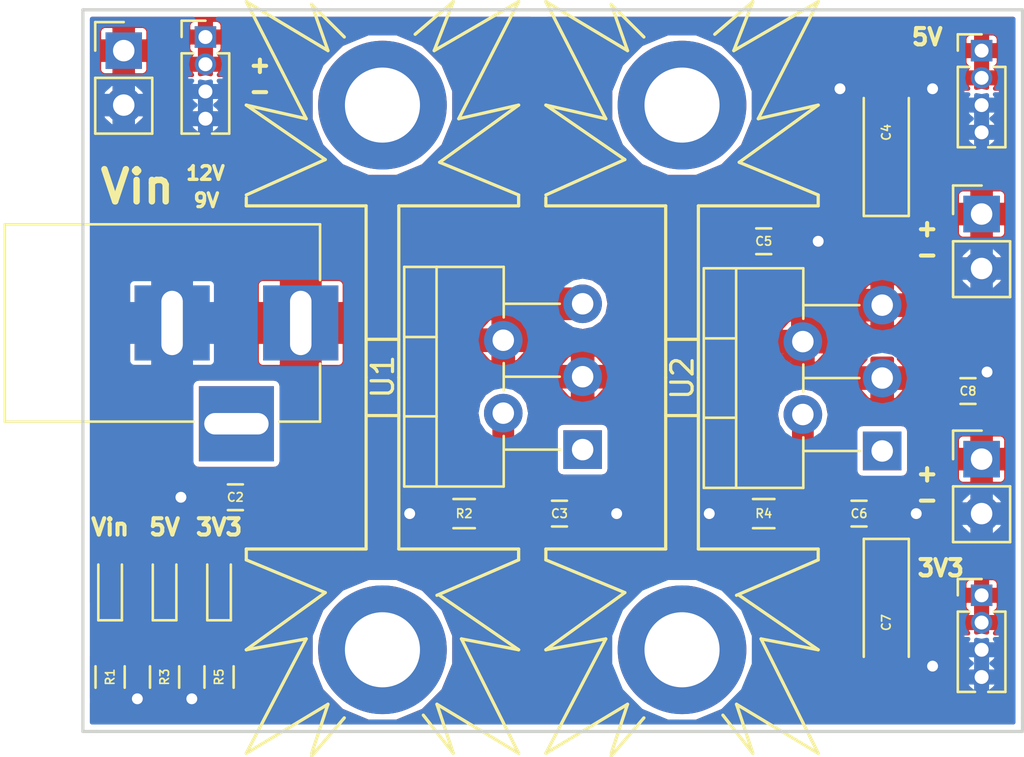
<source format=kicad_pcb>
(kicad_pcb (version 4) (host pcbnew 4.0.7-e2-6376~58~ubuntu16.04.1)

  (general
    (links 0)
    (no_connects 0)
    (area 86.050999 93.161 134.572096 129.742001)
    (thickness 1.6)
    (drawings 17)
    (tracks 62)
    (zones 0)
    (modules 26)
    (nets 13)
  )

  (page A4)
  (layers
    (0 F.Cu signal)
    (31 B.Cu signal)
    (32 B.Adhes user)
    (33 F.Adhes user)
    (34 B.Paste user)
    (35 F.Paste user)
    (36 B.SilkS user)
    (37 F.SilkS user)
    (38 B.Mask user)
    (39 F.Mask user)
    (40 Dwgs.User user)
    (41 Cmts.User user)
    (42 Eco1.User user)
    (43 Eco2.User user)
    (44 Edge.Cuts user)
    (45 Margin user)
    (46 B.CrtYd user)
    (47 F.CrtYd user)
    (48 B.Fab user)
    (49 F.Fab user)
  )

  (setup
    (last_trace_width 0.254)
    (user_trace_width 0.381)
    (user_trace_width 0.508)
    (user_trace_width 1.016)
    (user_trace_width 1.524)
    (user_trace_width 2.032)
    (user_trace_width 2.54)
    (trace_clearance 0.254)
    (zone_clearance 0.254)
    (zone_45_only no)
    (trace_min 0.254)
    (segment_width 0.2)
    (edge_width 0.15)
    (via_size 0.762)
    (via_drill 0.508)
    (via_min_size 0.508)
    (via_min_drill 0.508)
    (uvia_size 0.508)
    (uvia_drill 0.254)
    (uvias_allowed no)
    (uvia_min_size 0)
    (uvia_min_drill 0)
    (pcb_text_width 0.3)
    (pcb_text_size 1.5 1.5)
    (mod_edge_width 0.15)
    (mod_text_size 1 1)
    (mod_text_width 0.15)
    (pad_size 1.524 1.524)
    (pad_drill 0.762)
    (pad_to_mask_clearance 0.2)
    (aux_axis_origin 0 0)
    (visible_elements FFFFFF7F)
    (pcbplotparams
      (layerselection 0x010f0_80000001)
      (usegerberextensions false)
      (usegerberattributes true)
      (excludeedgelayer true)
      (linewidth 0.100000)
      (plotframeref false)
      (viasonmask false)
      (mode 1)
      (useauxorigin false)
      (hpglpennumber 1)
      (hpglpenspeed 20)
      (hpglpendiameter 15)
      (hpglpenoverlay 2)
      (psnegative false)
      (psa4output false)
      (plotreference true)
      (plotvalue true)
      (plotinvisibletext false)
      (padsonsilk false)
      (subtractmaskfromsilk false)
      (outputformat 1)
      (mirror false)
      (drillshape 0)
      (scaleselection 1)
      (outputdirectory gerbers/))
  )

  (net 0 "")
  (net 1 /Vin)
  (net 2 GND)
  (net 3 "Net-(C3-Pad1)")
  (net 4 /5V)
  (net 5 "Net-(C6-Pad1)")
  (net 6 /3.3V)
  (net 7 "Net-(D1-Pad1)")
  (net 8 "Net-(D2-Pad1)")
  (net 9 "Net-(D3-Pad1)")
  (net 10 "Net-(J1-Pad3)")
  (net 11 "Net-(U1-Pad1)")
  (net 12 "Net-(U2-Pad1)")

  (net_class Default "This is the default net class."
    (clearance 0.254)
    (trace_width 0.254)
    (via_dia 0.762)
    (via_drill 0.508)
    (uvia_dia 0.508)
    (uvia_drill 0.254)
    (add_net /3.3V)
    (add_net /5V)
    (add_net /Vin)
    (add_net GND)
    (add_net "Net-(C3-Pad1)")
    (add_net "Net-(C6-Pad1)")
    (add_net "Net-(D1-Pad1)")
    (add_net "Net-(D2-Pad1)")
    (add_net "Net-(D3-Pad1)")
    (add_net "Net-(J1-Pad3)")
    (add_net "Net-(U1-Pad1)")
    (add_net "Net-(U2-Pad1)")
  )

  (module Connectors:BARREL_JACK (layer F.Cu) (tedit 5A72314B) (tstamp 5A722192)
    (at 100.33 109.22)
    (descr "DC Barrel Jack")
    (tags "Power Jack")
    (path /5A6DF006)
    (fp_text reference J1 (at -8.45 5.75) (layer F.SilkS) hide
      (effects (font (size 1 1) (thickness 0.15)))
    )
    (fp_text value Barrel_Jack (at -6.2 -5.5) (layer F.Fab) hide
      (effects (font (size 1 1) (thickness 0.15)))
    )
    (fp_line (start 1 -4.5) (end 1 -4.75) (layer F.CrtYd) (width 0.05))
    (fp_line (start 1 -4.75) (end -14 -4.75) (layer F.CrtYd) (width 0.05))
    (fp_line (start 1 -4.5) (end 1 -2) (layer F.CrtYd) (width 0.05))
    (fp_line (start 1 -2) (end 2 -2) (layer F.CrtYd) (width 0.05))
    (fp_line (start 2 -2) (end 2 2) (layer F.CrtYd) (width 0.05))
    (fp_line (start 2 2) (end 1 2) (layer F.CrtYd) (width 0.05))
    (fp_line (start 1 2) (end 1 4.75) (layer F.CrtYd) (width 0.05))
    (fp_line (start 1 4.75) (end -1 4.75) (layer F.CrtYd) (width 0.05))
    (fp_line (start -1 4.75) (end -1 6.75) (layer F.CrtYd) (width 0.05))
    (fp_line (start -1 6.75) (end -5 6.75) (layer F.CrtYd) (width 0.05))
    (fp_line (start -5 6.75) (end -5 4.75) (layer F.CrtYd) (width 0.05))
    (fp_line (start -5 4.75) (end -14 4.75) (layer F.CrtYd) (width 0.05))
    (fp_line (start -14 4.75) (end -14 -4.75) (layer F.CrtYd) (width 0.05))
    (fp_line (start -5 4.6) (end -13.8 4.6) (layer F.SilkS) (width 0.12))
    (fp_line (start -13.8 4.6) (end -13.8 -4.6) (layer F.SilkS) (width 0.12))
    (fp_line (start 0.9 1.9) (end 0.9 4.6) (layer F.SilkS) (width 0.12))
    (fp_line (start 0.9 4.6) (end -1 4.6) (layer F.SilkS) (width 0.12))
    (fp_line (start -13.8 -4.6) (end 0.9 -4.6) (layer F.SilkS) (width 0.12))
    (fp_line (start 0.9 -4.6) (end 0.9 -2) (layer F.SilkS) (width 0.12))
    (fp_line (start -10.2 -4.5) (end -10.2 4.5) (layer F.Fab) (width 0.1))
    (fp_line (start -13.7 -4.5) (end -13.7 4.5) (layer F.Fab) (width 0.1))
    (fp_line (start -13.7 4.5) (end 0.8 4.5) (layer F.Fab) (width 0.1))
    (fp_line (start 0.8 4.5) (end 0.8 -4.5) (layer F.Fab) (width 0.1))
    (fp_line (start 0.8 -4.5) (end -13.7 -4.5) (layer F.Fab) (width 0.1))
    (pad 1 thru_hole rect (at 0 0) (size 3.5 3.5) (drill oval 1 3) (layers *.Cu *.Mask)
      (net 1 /Vin))
    (pad 2 thru_hole rect (at -6 0) (size 3.5 3.5) (drill oval 1 3) (layers *.Cu *.Mask)
      (net 2 GND))
    (pad 3 thru_hole rect (at -3 4.7) (size 3.5 3.5) (drill oval 3 1) (layers *.Cu *.Mask)
      (net 10 "Net-(J1-Pad3)"))
  )

  (module Capacitors_SMD:C_0603_HandSoldering (layer F.Cu) (tedit 5A50040F) (tstamp 5A72214F)
    (at 97.282 117.348 180)
    (descr "Capacitor SMD 0603, hand soldering")
    (tags "capacitor 0603")
    (path /5A6DF11D)
    (attr smd)
    (fp_text reference C2 (at 0 0 180) (layer F.SilkS)
      (effects (font (size 0.4 0.4) (thickness 0.075)))
    )
    (fp_text value 100n (at 0 1.5 180) (layer F.Fab) hide
      (effects (font (size 1 1) (thickness 0.15)))
    )
    (fp_text user %R (at 0 0 180) (layer F.Fab)
      (effects (font (size 0.4 0.4) (thickness 0.075)))
    )
    (fp_line (start -0.8 0.4) (end -0.8 -0.4) (layer F.Fab) (width 0.1))
    (fp_line (start 0.8 0.4) (end -0.8 0.4) (layer F.Fab) (width 0.1))
    (fp_line (start 0.8 -0.4) (end 0.8 0.4) (layer F.Fab) (width 0.1))
    (fp_line (start -0.8 -0.4) (end 0.8 -0.4) (layer F.Fab) (width 0.1))
    (fp_line (start -0.35 -0.6) (end 0.35 -0.6) (layer F.SilkS) (width 0.12))
    (fp_line (start 0.35 0.6) (end -0.35 0.6) (layer F.SilkS) (width 0.12))
    (fp_line (start -1.8 -0.65) (end 1.8 -0.65) (layer F.CrtYd) (width 0.05))
    (fp_line (start -1.8 -0.65) (end -1.8 0.65) (layer F.CrtYd) (width 0.05))
    (fp_line (start 1.8 0.65) (end 1.8 -0.65) (layer F.CrtYd) (width 0.05))
    (fp_line (start 1.8 0.65) (end -1.8 0.65) (layer F.CrtYd) (width 0.05))
    (pad 1 smd rect (at -0.95 0 180) (size 1.2 0.75) (layers F.Cu F.Paste F.Mask)
      (net 1 /Vin))
    (pad 2 smd rect (at 0.95 0 180) (size 1.2 0.75) (layers F.Cu F.Paste F.Mask)
      (net 2 GND))
    (model Capacitors_SMD.3dshapes/C_0603.wrl
      (at (xyz 0 0 0))
      (scale (xyz 1 1 1))
      (rotate (xyz 0 0 0))
    )
  )

  (module Capacitors_SMD:C_0603_HandSoldering (layer F.Cu) (tedit 5A50040F) (tstamp 5A722155)
    (at 112.395 118.11)
    (descr "Capacitor SMD 0603, hand soldering")
    (tags "capacitor 0603")
    (path /5A6DF2CC)
    (attr smd)
    (fp_text reference C3 (at 0 0) (layer F.SilkS)
      (effects (font (size 0.4 0.4) (thickness 0.075)))
    )
    (fp_text value 100n (at 0 1.5) (layer F.Fab) hide
      (effects (font (size 1 1) (thickness 0.15)))
    )
    (fp_text user %R (at 0 0) (layer F.Fab)
      (effects (font (size 0.4 0.4) (thickness 0.075)))
    )
    (fp_line (start -0.8 0.4) (end -0.8 -0.4) (layer F.Fab) (width 0.1))
    (fp_line (start 0.8 0.4) (end -0.8 0.4) (layer F.Fab) (width 0.1))
    (fp_line (start 0.8 -0.4) (end 0.8 0.4) (layer F.Fab) (width 0.1))
    (fp_line (start -0.8 -0.4) (end 0.8 -0.4) (layer F.Fab) (width 0.1))
    (fp_line (start -0.35 -0.6) (end 0.35 -0.6) (layer F.SilkS) (width 0.12))
    (fp_line (start 0.35 0.6) (end -0.35 0.6) (layer F.SilkS) (width 0.12))
    (fp_line (start -1.8 -0.65) (end 1.8 -0.65) (layer F.CrtYd) (width 0.05))
    (fp_line (start -1.8 -0.65) (end -1.8 0.65) (layer F.CrtYd) (width 0.05))
    (fp_line (start 1.8 0.65) (end 1.8 -0.65) (layer F.CrtYd) (width 0.05))
    (fp_line (start 1.8 0.65) (end -1.8 0.65) (layer F.CrtYd) (width 0.05))
    (pad 1 smd rect (at -0.95 0) (size 1.2 0.75) (layers F.Cu F.Paste F.Mask)
      (net 3 "Net-(C3-Pad1)"))
    (pad 2 smd rect (at 0.95 0) (size 1.2 0.75) (layers F.Cu F.Paste F.Mask)
      (net 2 GND))
    (model Capacitors_SMD.3dshapes/C_0603.wrl
      (at (xyz 0 0 0))
      (scale (xyz 1 1 1))
      (rotate (xyz 0 0 0))
    )
  )

  (module Capacitors_Tantalum_SMD:CP_Tantalum_Case-A_EIA-3216-18_Hand (layer F.Cu) (tedit 5A5004D5) (tstamp 5A72215B)
    (at 127.635 100.33 90)
    (descr "Tantalum capacitor, Case A, EIA 3216-18, 3.2x1.6x1.6mm, Hand soldering footprint")
    (tags "capacitor tantalum smd")
    (path /5A6DF7AD)
    (attr smd)
    (fp_text reference C4 (at 0 0 90) (layer F.SilkS)
      (effects (font (size 0.4 0.4) (thickness 0.075)))
    )
    (fp_text value 10µ (at 0 2.55 90) (layer F.Fab) hide
      (effects (font (size 1 1) (thickness 0.15)))
    )
    (fp_text user %R (at 0 0 90) (layer F.Fab)
      (effects (font (size 0.4 0.4) (thickness 0.075)))
    )
    (fp_line (start -4 -1.2) (end -4 1.2) (layer F.CrtYd) (width 0.05))
    (fp_line (start -4 1.2) (end 4 1.2) (layer F.CrtYd) (width 0.05))
    (fp_line (start 4 1.2) (end 4 -1.2) (layer F.CrtYd) (width 0.05))
    (fp_line (start 4 -1.2) (end -4 -1.2) (layer F.CrtYd) (width 0.05))
    (fp_line (start -1.6 -0.8) (end -1.6 0.8) (layer F.Fab) (width 0.1))
    (fp_line (start -1.6 0.8) (end 1.6 0.8) (layer F.Fab) (width 0.1))
    (fp_line (start 1.6 0.8) (end 1.6 -0.8) (layer F.Fab) (width 0.1))
    (fp_line (start 1.6 -0.8) (end -1.6 -0.8) (layer F.Fab) (width 0.1))
    (fp_line (start -1.28 -0.8) (end -1.28 0.8) (layer F.Fab) (width 0.1))
    (fp_line (start -1.12 -0.8) (end -1.12 0.8) (layer F.Fab) (width 0.1))
    (fp_line (start -3.9 -1.05) (end 1.6 -1.05) (layer F.SilkS) (width 0.12))
    (fp_line (start -3.9 1.05) (end 1.6 1.05) (layer F.SilkS) (width 0.12))
    (fp_line (start -3.9 -1.05) (end -3.9 1.05) (layer F.SilkS) (width 0.12))
    (pad 1 smd rect (at -2 0 90) (size 3.2 1.5) (layers F.Cu F.Paste F.Mask)
      (net 4 /5V))
    (pad 2 smd rect (at 2 0 90) (size 3.2 1.5) (layers F.Cu F.Paste F.Mask)
      (net 2 GND))
    (model Capacitors_Tantalum_SMD.3dshapes/CP_Tantalum_Case-A_EIA-3216-18.wrl
      (at (xyz 0 0 0))
      (scale (xyz 1 1 1))
      (rotate (xyz 0 0 0))
    )
  )

  (module Capacitors_SMD:C_0603_HandSoldering (layer F.Cu) (tedit 5A50040F) (tstamp 5A722161)
    (at 121.92 105.41)
    (descr "Capacitor SMD 0603, hand soldering")
    (tags "capacitor 0603")
    (path /5A721AD1)
    (attr smd)
    (fp_text reference C5 (at 0 0) (layer F.SilkS)
      (effects (font (size 0.4 0.4) (thickness 0.075)))
    )
    (fp_text value 10n (at 0 1.5) (layer F.Fab) hide
      (effects (font (size 1 1) (thickness 0.15)))
    )
    (fp_text user %R (at 0 0) (layer F.Fab)
      (effects (font (size 0.4 0.4) (thickness 0.075)))
    )
    (fp_line (start -0.8 0.4) (end -0.8 -0.4) (layer F.Fab) (width 0.1))
    (fp_line (start 0.8 0.4) (end -0.8 0.4) (layer F.Fab) (width 0.1))
    (fp_line (start 0.8 -0.4) (end 0.8 0.4) (layer F.Fab) (width 0.1))
    (fp_line (start -0.8 -0.4) (end 0.8 -0.4) (layer F.Fab) (width 0.1))
    (fp_line (start -0.35 -0.6) (end 0.35 -0.6) (layer F.SilkS) (width 0.12))
    (fp_line (start 0.35 0.6) (end -0.35 0.6) (layer F.SilkS) (width 0.12))
    (fp_line (start -1.8 -0.65) (end 1.8 -0.65) (layer F.CrtYd) (width 0.05))
    (fp_line (start -1.8 -0.65) (end -1.8 0.65) (layer F.CrtYd) (width 0.05))
    (fp_line (start 1.8 0.65) (end 1.8 -0.65) (layer F.CrtYd) (width 0.05))
    (fp_line (start 1.8 0.65) (end -1.8 0.65) (layer F.CrtYd) (width 0.05))
    (pad 1 smd rect (at -0.95 0) (size 1.2 0.75) (layers F.Cu F.Paste F.Mask)
      (net 4 /5V))
    (pad 2 smd rect (at 0.95 0) (size 1.2 0.75) (layers F.Cu F.Paste F.Mask)
      (net 2 GND))
    (model Capacitors_SMD.3dshapes/C_0603.wrl
      (at (xyz 0 0 0))
      (scale (xyz 1 1 1))
      (rotate (xyz 0 0 0))
    )
  )

  (module Capacitors_SMD:C_0603_HandSoldering (layer F.Cu) (tedit 5A50040F) (tstamp 5A722167)
    (at 126.365 118.11)
    (descr "Capacitor SMD 0603, hand soldering")
    (tags "capacitor 0603")
    (path /5A6DF75A)
    (attr smd)
    (fp_text reference C6 (at 0 0) (layer F.SilkS)
      (effects (font (size 0.4 0.4) (thickness 0.075)))
    )
    (fp_text value 100n (at 0 1.5) (layer F.Fab) hide
      (effects (font (size 1 1) (thickness 0.15)))
    )
    (fp_text user %R (at 0 0) (layer F.Fab)
      (effects (font (size 0.4 0.4) (thickness 0.075)))
    )
    (fp_line (start -0.8 0.4) (end -0.8 -0.4) (layer F.Fab) (width 0.1))
    (fp_line (start 0.8 0.4) (end -0.8 0.4) (layer F.Fab) (width 0.1))
    (fp_line (start 0.8 -0.4) (end 0.8 0.4) (layer F.Fab) (width 0.1))
    (fp_line (start -0.8 -0.4) (end 0.8 -0.4) (layer F.Fab) (width 0.1))
    (fp_line (start -0.35 -0.6) (end 0.35 -0.6) (layer F.SilkS) (width 0.12))
    (fp_line (start 0.35 0.6) (end -0.35 0.6) (layer F.SilkS) (width 0.12))
    (fp_line (start -1.8 -0.65) (end 1.8 -0.65) (layer F.CrtYd) (width 0.05))
    (fp_line (start -1.8 -0.65) (end -1.8 0.65) (layer F.CrtYd) (width 0.05))
    (fp_line (start 1.8 0.65) (end 1.8 -0.65) (layer F.CrtYd) (width 0.05))
    (fp_line (start 1.8 0.65) (end -1.8 0.65) (layer F.CrtYd) (width 0.05))
    (pad 1 smd rect (at -0.95 0) (size 1.2 0.75) (layers F.Cu F.Paste F.Mask)
      (net 5 "Net-(C6-Pad1)"))
    (pad 2 smd rect (at 0.95 0) (size 1.2 0.75) (layers F.Cu F.Paste F.Mask)
      (net 2 GND))
    (model Capacitors_SMD.3dshapes/C_0603.wrl
      (at (xyz 0 0 0))
      (scale (xyz 1 1 1))
      (rotate (xyz 0 0 0))
    )
  )

  (module Capacitors_Tantalum_SMD:CP_Tantalum_Case-A_EIA-3216-18_Hand (layer F.Cu) (tedit 5A5004D5) (tstamp 5A72216D)
    (at 127.635 123.19 270)
    (descr "Tantalum capacitor, Case A, EIA 3216-18, 3.2x1.6x1.6mm, Hand soldering footprint")
    (tags "capacitor tantalum smd")
    (path /5A6DF959)
    (attr smd)
    (fp_text reference C7 (at 0 0 270) (layer F.SilkS)
      (effects (font (size 0.4 0.4) (thickness 0.075)))
    )
    (fp_text value 10µ (at 0 2.55 270) (layer F.Fab) hide
      (effects (font (size 1 1) (thickness 0.15)))
    )
    (fp_text user %R (at 0 0 270) (layer F.Fab)
      (effects (font (size 0.4 0.4) (thickness 0.075)))
    )
    (fp_line (start -4 -1.2) (end -4 1.2) (layer F.CrtYd) (width 0.05))
    (fp_line (start -4 1.2) (end 4 1.2) (layer F.CrtYd) (width 0.05))
    (fp_line (start 4 1.2) (end 4 -1.2) (layer F.CrtYd) (width 0.05))
    (fp_line (start 4 -1.2) (end -4 -1.2) (layer F.CrtYd) (width 0.05))
    (fp_line (start -1.6 -0.8) (end -1.6 0.8) (layer F.Fab) (width 0.1))
    (fp_line (start -1.6 0.8) (end 1.6 0.8) (layer F.Fab) (width 0.1))
    (fp_line (start 1.6 0.8) (end 1.6 -0.8) (layer F.Fab) (width 0.1))
    (fp_line (start 1.6 -0.8) (end -1.6 -0.8) (layer F.Fab) (width 0.1))
    (fp_line (start -1.28 -0.8) (end -1.28 0.8) (layer F.Fab) (width 0.1))
    (fp_line (start -1.12 -0.8) (end -1.12 0.8) (layer F.Fab) (width 0.1))
    (fp_line (start -3.9 -1.05) (end 1.6 -1.05) (layer F.SilkS) (width 0.12))
    (fp_line (start -3.9 1.05) (end 1.6 1.05) (layer F.SilkS) (width 0.12))
    (fp_line (start -3.9 -1.05) (end -3.9 1.05) (layer F.SilkS) (width 0.12))
    (pad 1 smd rect (at -2 0 270) (size 3.2 1.5) (layers F.Cu F.Paste F.Mask)
      (net 6 /3.3V))
    (pad 2 smd rect (at 2 0 270) (size 3.2 1.5) (layers F.Cu F.Paste F.Mask)
      (net 2 GND))
    (model Capacitors_Tantalum_SMD.3dshapes/CP_Tantalum_Case-A_EIA-3216-18.wrl
      (at (xyz 0 0 0))
      (scale (xyz 1 1 1))
      (rotate (xyz 0 0 0))
    )
  )

  (module Capacitors_SMD:C_0603_HandSoldering (layer F.Cu) (tedit 5A50040F) (tstamp 5A722173)
    (at 131.445 112.395)
    (descr "Capacitor SMD 0603, hand soldering")
    (tags "capacitor 0603")
    (path /5A721B3E)
    (attr smd)
    (fp_text reference C8 (at 0 0) (layer F.SilkS)
      (effects (font (size 0.4 0.4) (thickness 0.075)))
    )
    (fp_text value 10n (at 0 1.5) (layer F.Fab) hide
      (effects (font (size 1 1) (thickness 0.15)))
    )
    (fp_text user %R (at 0 0) (layer F.Fab)
      (effects (font (size 0.4 0.4) (thickness 0.075)))
    )
    (fp_line (start -0.8 0.4) (end -0.8 -0.4) (layer F.Fab) (width 0.1))
    (fp_line (start 0.8 0.4) (end -0.8 0.4) (layer F.Fab) (width 0.1))
    (fp_line (start 0.8 -0.4) (end 0.8 0.4) (layer F.Fab) (width 0.1))
    (fp_line (start -0.8 -0.4) (end 0.8 -0.4) (layer F.Fab) (width 0.1))
    (fp_line (start -0.35 -0.6) (end 0.35 -0.6) (layer F.SilkS) (width 0.12))
    (fp_line (start 0.35 0.6) (end -0.35 0.6) (layer F.SilkS) (width 0.12))
    (fp_line (start -1.8 -0.65) (end 1.8 -0.65) (layer F.CrtYd) (width 0.05))
    (fp_line (start -1.8 -0.65) (end -1.8 0.65) (layer F.CrtYd) (width 0.05))
    (fp_line (start 1.8 0.65) (end 1.8 -0.65) (layer F.CrtYd) (width 0.05))
    (fp_line (start 1.8 0.65) (end -1.8 0.65) (layer F.CrtYd) (width 0.05))
    (pad 1 smd rect (at -0.95 0) (size 1.2 0.75) (layers F.Cu F.Paste F.Mask)
      (net 6 /3.3V))
    (pad 2 smd rect (at 0.95 0) (size 1.2 0.75) (layers F.Cu F.Paste F.Mask)
      (net 2 GND))
    (model Capacitors_SMD.3dshapes/C_0603.wrl
      (at (xyz 0 0 0))
      (scale (xyz 1 1 1))
      (rotate (xyz 0 0 0))
    )
  )

  (module LEDs:LED_0603_HandSoldering (layer F.Cu) (tedit 5A7229C8) (tstamp 5A722179)
    (at 91.44 121.285 90)
    (descr "LED SMD 0603, hand soldering")
    (tags "LED 0603")
    (path /5A7237BC)
    (attr smd)
    (fp_text reference D1 (at 0 -1.45 90) (layer F.SilkS) hide
      (effects (font (size 1 1) (thickness 0.15)))
    )
    (fp_text value LED (at 0 1.55 90) (layer F.Fab) hide
      (effects (font (size 1 1) (thickness 0.15)))
    )
    (fp_line (start -1.8 -0.55) (end -1.8 0.55) (layer F.SilkS) (width 0.12))
    (fp_line (start -0.2 -0.2) (end -0.2 0.2) (layer F.Fab) (width 0.1))
    (fp_line (start -0.15 0) (end 0.15 -0.2) (layer F.Fab) (width 0.1))
    (fp_line (start 0.15 0.2) (end -0.15 0) (layer F.Fab) (width 0.1))
    (fp_line (start 0.15 -0.2) (end 0.15 0.2) (layer F.Fab) (width 0.1))
    (fp_line (start 0.8 0.4) (end -0.8 0.4) (layer F.Fab) (width 0.1))
    (fp_line (start 0.8 -0.4) (end 0.8 0.4) (layer F.Fab) (width 0.1))
    (fp_line (start -0.8 -0.4) (end 0.8 -0.4) (layer F.Fab) (width 0.1))
    (fp_line (start -1.8 0.55) (end 0.8 0.55) (layer F.SilkS) (width 0.12))
    (fp_line (start -1.8 -0.55) (end 0.8 -0.55) (layer F.SilkS) (width 0.12))
    (fp_line (start -1.96 -0.7) (end 1.95 -0.7) (layer F.CrtYd) (width 0.05))
    (fp_line (start -1.96 -0.7) (end -1.96 0.7) (layer F.CrtYd) (width 0.05))
    (fp_line (start 1.95 0.7) (end 1.95 -0.7) (layer F.CrtYd) (width 0.05))
    (fp_line (start 1.95 0.7) (end -1.96 0.7) (layer F.CrtYd) (width 0.05))
    (fp_line (start -0.8 -0.4) (end -0.8 0.4) (layer F.Fab) (width 0.1))
    (pad 1 smd rect (at -1.1 0 90) (size 1.2 0.9) (layers F.Cu F.Paste F.Mask)
      (net 7 "Net-(D1-Pad1)"))
    (pad 2 smd rect (at 1.1 0 90) (size 1.2 0.9) (layers F.Cu F.Paste F.Mask)
      (net 1 /Vin))
    (model ${KISYS3DMOD}/LEDs.3dshapes/LED_0603.wrl
      (at (xyz 0 0 0))
      (scale (xyz 1 1 1))
      (rotate (xyz 0 0 180))
    )
  )

  (module LEDs:LED_0603_HandSoldering (layer F.Cu) (tedit 5A7229CC) (tstamp 5A72217F)
    (at 93.98 121.285 90)
    (descr "LED SMD 0603, hand soldering")
    (tags "LED 0603")
    (path /5A723A89)
    (attr smd)
    (fp_text reference D2 (at 0 -1.45 90) (layer F.SilkS) hide
      (effects (font (size 1 1) (thickness 0.15)))
    )
    (fp_text value LED (at 0 1.55 90) (layer F.Fab) hide
      (effects (font (size 1 1) (thickness 0.15)))
    )
    (fp_line (start -1.8 -0.55) (end -1.8 0.55) (layer F.SilkS) (width 0.12))
    (fp_line (start -0.2 -0.2) (end -0.2 0.2) (layer F.Fab) (width 0.1))
    (fp_line (start -0.15 0) (end 0.15 -0.2) (layer F.Fab) (width 0.1))
    (fp_line (start 0.15 0.2) (end -0.15 0) (layer F.Fab) (width 0.1))
    (fp_line (start 0.15 -0.2) (end 0.15 0.2) (layer F.Fab) (width 0.1))
    (fp_line (start 0.8 0.4) (end -0.8 0.4) (layer F.Fab) (width 0.1))
    (fp_line (start 0.8 -0.4) (end 0.8 0.4) (layer F.Fab) (width 0.1))
    (fp_line (start -0.8 -0.4) (end 0.8 -0.4) (layer F.Fab) (width 0.1))
    (fp_line (start -1.8 0.55) (end 0.8 0.55) (layer F.SilkS) (width 0.12))
    (fp_line (start -1.8 -0.55) (end 0.8 -0.55) (layer F.SilkS) (width 0.12))
    (fp_line (start -1.96 -0.7) (end 1.95 -0.7) (layer F.CrtYd) (width 0.05))
    (fp_line (start -1.96 -0.7) (end -1.96 0.7) (layer F.CrtYd) (width 0.05))
    (fp_line (start 1.95 0.7) (end 1.95 -0.7) (layer F.CrtYd) (width 0.05))
    (fp_line (start 1.95 0.7) (end -1.96 0.7) (layer F.CrtYd) (width 0.05))
    (fp_line (start -0.8 -0.4) (end -0.8 0.4) (layer F.Fab) (width 0.1))
    (pad 1 smd rect (at -1.1 0 90) (size 1.2 0.9) (layers F.Cu F.Paste F.Mask)
      (net 8 "Net-(D2-Pad1)"))
    (pad 2 smd rect (at 1.1 0 90) (size 1.2 0.9) (layers F.Cu F.Paste F.Mask)
      (net 4 /5V))
    (model ${KISYS3DMOD}/LEDs.3dshapes/LED_0603.wrl
      (at (xyz 0 0 0))
      (scale (xyz 1 1 1))
      (rotate (xyz 0 0 180))
    )
  )

  (module LEDs:LED_0603_HandSoldering (layer F.Cu) (tedit 5A7229D1) (tstamp 5A722185)
    (at 96.52 121.285 90)
    (descr "LED SMD 0603, hand soldering")
    (tags "LED 0603")
    (path /5A72275C)
    (attr smd)
    (fp_text reference D3 (at 0 -1.45 90) (layer F.SilkS) hide
      (effects (font (size 1 1) (thickness 0.15)))
    )
    (fp_text value LED (at 0 1.55 90) (layer F.Fab) hide
      (effects (font (size 1 1) (thickness 0.15)))
    )
    (fp_line (start -1.8 -0.55) (end -1.8 0.55) (layer F.SilkS) (width 0.12))
    (fp_line (start -0.2 -0.2) (end -0.2 0.2) (layer F.Fab) (width 0.1))
    (fp_line (start -0.15 0) (end 0.15 -0.2) (layer F.Fab) (width 0.1))
    (fp_line (start 0.15 0.2) (end -0.15 0) (layer F.Fab) (width 0.1))
    (fp_line (start 0.15 -0.2) (end 0.15 0.2) (layer F.Fab) (width 0.1))
    (fp_line (start 0.8 0.4) (end -0.8 0.4) (layer F.Fab) (width 0.1))
    (fp_line (start 0.8 -0.4) (end 0.8 0.4) (layer F.Fab) (width 0.1))
    (fp_line (start -0.8 -0.4) (end 0.8 -0.4) (layer F.Fab) (width 0.1))
    (fp_line (start -1.8 0.55) (end 0.8 0.55) (layer F.SilkS) (width 0.12))
    (fp_line (start -1.8 -0.55) (end 0.8 -0.55) (layer F.SilkS) (width 0.12))
    (fp_line (start -1.96 -0.7) (end 1.95 -0.7) (layer F.CrtYd) (width 0.05))
    (fp_line (start -1.96 -0.7) (end -1.96 0.7) (layer F.CrtYd) (width 0.05))
    (fp_line (start 1.95 0.7) (end 1.95 -0.7) (layer F.CrtYd) (width 0.05))
    (fp_line (start 1.95 0.7) (end -1.96 0.7) (layer F.CrtYd) (width 0.05))
    (fp_line (start -0.8 -0.4) (end -0.8 0.4) (layer F.Fab) (width 0.1))
    (pad 1 smd rect (at -1.1 0 90) (size 1.2 0.9) (layers F.Cu F.Paste F.Mask)
      (net 9 "Net-(D3-Pad1)"))
    (pad 2 smd rect (at 1.1 0 90) (size 1.2 0.9) (layers F.Cu F.Paste F.Mask)
      (net 6 /3.3V))
    (model ${KISYS3DMOD}/LEDs.3dshapes/LED_0603.wrl
      (at (xyz 0 0 0))
      (scale (xyz 1 1 1))
      (rotate (xyz 0 0 180))
    )
  )

  (module Pin_Headers:Pin_Header_Straight_1x02_Pitch2.54mm (layer F.Cu) (tedit 5A7230FC) (tstamp 5A722198)
    (at 92.075 96.52)
    (descr "Through hole straight pin header, 1x02, 2.54mm pitch, single row")
    (tags "Through hole pin header THT 1x02 2.54mm single row")
    (path /5A72158F)
    (fp_text reference J2 (at 0 -2.33) (layer F.SilkS) hide
      (effects (font (size 1 1) (thickness 0.15)))
    )
    (fp_text value Vin_2 (at 0 4.87) (layer F.Fab) hide
      (effects (font (size 1 1) (thickness 0.15)))
    )
    (fp_line (start -0.635 -1.27) (end 1.27 -1.27) (layer F.Fab) (width 0.1))
    (fp_line (start 1.27 -1.27) (end 1.27 3.81) (layer F.Fab) (width 0.1))
    (fp_line (start 1.27 3.81) (end -1.27 3.81) (layer F.Fab) (width 0.1))
    (fp_line (start -1.27 3.81) (end -1.27 -0.635) (layer F.Fab) (width 0.1))
    (fp_line (start -1.27 -0.635) (end -0.635 -1.27) (layer F.Fab) (width 0.1))
    (fp_line (start -1.33 3.87) (end 1.33 3.87) (layer F.SilkS) (width 0.12))
    (fp_line (start -1.33 1.27) (end -1.33 3.87) (layer F.SilkS) (width 0.12))
    (fp_line (start 1.33 1.27) (end 1.33 3.87) (layer F.SilkS) (width 0.12))
    (fp_line (start -1.33 1.27) (end 1.33 1.27) (layer F.SilkS) (width 0.12))
    (fp_line (start -1.33 0) (end -1.33 -1.33) (layer F.SilkS) (width 0.12))
    (fp_line (start -1.33 -1.33) (end 0 -1.33) (layer F.SilkS) (width 0.12))
    (fp_line (start -1.8 -1.8) (end -1.8 4.35) (layer F.CrtYd) (width 0.05))
    (fp_line (start -1.8 4.35) (end 1.8 4.35) (layer F.CrtYd) (width 0.05))
    (fp_line (start 1.8 4.35) (end 1.8 -1.8) (layer F.CrtYd) (width 0.05))
    (fp_line (start 1.8 -1.8) (end -1.8 -1.8) (layer F.CrtYd) (width 0.05))
    (fp_text user %R (at 0 1.27 90) (layer F.Fab) hide
      (effects (font (size 1 1) (thickness 0.15)))
    )
    (pad 1 thru_hole rect (at 0 0) (size 1.7 1.7) (drill 1) (layers *.Cu *.Mask)
      (net 1 /Vin))
    (pad 2 thru_hole oval (at 0 2.54) (size 1.7 1.7) (drill 1) (layers *.Cu *.Mask)
      (net 2 GND))
    (model ${KISYS3DMOD}/Pin_Headers.3dshapes/Pin_Header_Straight_1x02_Pitch2.54mm.wrl
      (at (xyz 0 0 0))
      (scale (xyz 1 1 1))
      (rotate (xyz 0 0 0))
    )
  )

  (module Pin_Headers:Pin_Header_Straight_1x04_Pitch1.27mm (layer F.Cu) (tedit 5A723100) (tstamp 5A7221A0)
    (at 95.885 95.885)
    (descr "Through hole straight pin header, 1x04, 1.27mm pitch, single row")
    (tags "Through hole pin header THT 1x04 1.27mm single row")
    (path /5A7217D0)
    (fp_text reference J3 (at 0 -1.695) (layer F.SilkS) hide
      (effects (font (size 1 1) (thickness 0.15)))
    )
    (fp_text value Vin_4 (at 0 5.505) (layer F.Fab) hide
      (effects (font (size 1 1) (thickness 0.15)))
    )
    (fp_line (start -0.525 -0.635) (end 1.05 -0.635) (layer F.Fab) (width 0.1))
    (fp_line (start 1.05 -0.635) (end 1.05 4.445) (layer F.Fab) (width 0.1))
    (fp_line (start 1.05 4.445) (end -1.05 4.445) (layer F.Fab) (width 0.1))
    (fp_line (start -1.05 4.445) (end -1.05 -0.11) (layer F.Fab) (width 0.1))
    (fp_line (start -1.05 -0.11) (end -0.525 -0.635) (layer F.Fab) (width 0.1))
    (fp_line (start -1.11 4.505) (end -0.30753 4.505) (layer F.SilkS) (width 0.12))
    (fp_line (start 0.30753 4.505) (end 1.11 4.505) (layer F.SilkS) (width 0.12))
    (fp_line (start -1.11 0.76) (end -1.11 4.505) (layer F.SilkS) (width 0.12))
    (fp_line (start 1.11 0.76) (end 1.11 4.505) (layer F.SilkS) (width 0.12))
    (fp_line (start -1.11 0.76) (end -0.563471 0.76) (layer F.SilkS) (width 0.12))
    (fp_line (start 0.563471 0.76) (end 1.11 0.76) (layer F.SilkS) (width 0.12))
    (fp_line (start -1.11 0) (end -1.11 -0.76) (layer F.SilkS) (width 0.12))
    (fp_line (start -1.11 -0.76) (end 0 -0.76) (layer F.SilkS) (width 0.12))
    (fp_line (start -1.55 -1.15) (end -1.55 4.95) (layer F.CrtYd) (width 0.05))
    (fp_line (start -1.55 4.95) (end 1.55 4.95) (layer F.CrtYd) (width 0.05))
    (fp_line (start 1.55 4.95) (end 1.55 -1.15) (layer F.CrtYd) (width 0.05))
    (fp_line (start 1.55 -1.15) (end -1.55 -1.15) (layer F.CrtYd) (width 0.05))
    (fp_text user %R (at 0 1.905 90) (layer F.Fab) hide
      (effects (font (size 1 1) (thickness 0.15)))
    )
    (pad 1 thru_hole rect (at 0 0) (size 1 1) (drill 0.65) (layers *.Cu *.Mask)
      (net 1 /Vin))
    (pad 2 thru_hole oval (at 0 1.27) (size 1 1) (drill 0.65) (layers *.Cu *.Mask)
      (net 1 /Vin))
    (pad 3 thru_hole oval (at 0 2.54) (size 1 1) (drill 0.65) (layers *.Cu *.Mask)
      (net 2 GND))
    (pad 4 thru_hole oval (at 0 3.81) (size 1 1) (drill 0.65) (layers *.Cu *.Mask)
      (net 2 GND))
    (model ${KISYS3DMOD}/Pin_Headers.3dshapes/Pin_Header_Straight_1x04_Pitch1.27mm.wrl
      (at (xyz 0 0 0))
      (scale (xyz 1 1 1))
      (rotate (xyz 0 0 0))
    )
  )

  (module Pin_Headers:Pin_Header_Straight_1x02_Pitch2.54mm (layer F.Cu) (tedit 5A72312B) (tstamp 5A7221A6)
    (at 132.08 104.14)
    (descr "Through hole straight pin header, 1x02, 2.54mm pitch, single row")
    (tags "Through hole pin header THT 1x02 2.54mm single row")
    (path /5A721655)
    (fp_text reference J4 (at 0 -2.33) (layer F.SilkS) hide
      (effects (font (size 1 1) (thickness 0.15)))
    )
    (fp_text value 5V_2 (at 0 4.87) (layer F.Fab) hide
      (effects (font (size 1 1) (thickness 0.15)))
    )
    (fp_line (start -0.635 -1.27) (end 1.27 -1.27) (layer F.Fab) (width 0.1))
    (fp_line (start 1.27 -1.27) (end 1.27 3.81) (layer F.Fab) (width 0.1))
    (fp_line (start 1.27 3.81) (end -1.27 3.81) (layer F.Fab) (width 0.1))
    (fp_line (start -1.27 3.81) (end -1.27 -0.635) (layer F.Fab) (width 0.1))
    (fp_line (start -1.27 -0.635) (end -0.635 -1.27) (layer F.Fab) (width 0.1))
    (fp_line (start -1.33 3.87) (end 1.33 3.87) (layer F.SilkS) (width 0.12))
    (fp_line (start -1.33 1.27) (end -1.33 3.87) (layer F.SilkS) (width 0.12))
    (fp_line (start 1.33 1.27) (end 1.33 3.87) (layer F.SilkS) (width 0.12))
    (fp_line (start -1.33 1.27) (end 1.33 1.27) (layer F.SilkS) (width 0.12))
    (fp_line (start -1.33 0) (end -1.33 -1.33) (layer F.SilkS) (width 0.12))
    (fp_line (start -1.33 -1.33) (end 0 -1.33) (layer F.SilkS) (width 0.12))
    (fp_line (start -1.8 -1.8) (end -1.8 4.35) (layer F.CrtYd) (width 0.05))
    (fp_line (start -1.8 4.35) (end 1.8 4.35) (layer F.CrtYd) (width 0.05))
    (fp_line (start 1.8 4.35) (end 1.8 -1.8) (layer F.CrtYd) (width 0.05))
    (fp_line (start 1.8 -1.8) (end -1.8 -1.8) (layer F.CrtYd) (width 0.05))
    (fp_text user %R (at 0 0 90) (layer F.Fab) hide
      (effects (font (size 1 1) (thickness 0.15)))
    )
    (pad 1 thru_hole rect (at 0 0) (size 1.7 1.7) (drill 1) (layers *.Cu *.Mask)
      (net 4 /5V))
    (pad 2 thru_hole oval (at 0 2.54) (size 1.7 1.7) (drill 1) (layers *.Cu *.Mask)
      (net 2 GND))
    (model ${KISYS3DMOD}/Pin_Headers.3dshapes/Pin_Header_Straight_1x02_Pitch2.54mm.wrl
      (at (xyz 0 0 0))
      (scale (xyz 1 1 1))
      (rotate (xyz 0 0 0))
    )
  )

  (module Pin_Headers:Pin_Header_Straight_1x04_Pitch1.27mm (layer F.Cu) (tedit 5A72311A) (tstamp 5A7221AE)
    (at 132.08 96.52)
    (descr "Through hole straight pin header, 1x04, 1.27mm pitch, single row")
    (tags "Through hole pin header THT 1x04 1.27mm single row")
    (path /5A721942)
    (fp_text reference J5 (at 0 -1.695) (layer F.SilkS) hide
      (effects (font (size 1 1) (thickness 0.15)))
    )
    (fp_text value 5V_4 (at 0 5.505) (layer F.Fab) hide
      (effects (font (size 1 1) (thickness 0.15)))
    )
    (fp_line (start -0.525 -0.635) (end 1.05 -0.635) (layer F.Fab) (width 0.1))
    (fp_line (start 1.05 -0.635) (end 1.05 4.445) (layer F.Fab) (width 0.1))
    (fp_line (start 1.05 4.445) (end -1.05 4.445) (layer F.Fab) (width 0.1))
    (fp_line (start -1.05 4.445) (end -1.05 -0.11) (layer F.Fab) (width 0.1))
    (fp_line (start -1.05 -0.11) (end -0.525 -0.635) (layer F.Fab) (width 0.1))
    (fp_line (start -1.11 4.505) (end -0.30753 4.505) (layer F.SilkS) (width 0.12))
    (fp_line (start 0.30753 4.505) (end 1.11 4.505) (layer F.SilkS) (width 0.12))
    (fp_line (start -1.11 0.76) (end -1.11 4.505) (layer F.SilkS) (width 0.12))
    (fp_line (start 1.11 0.76) (end 1.11 4.505) (layer F.SilkS) (width 0.12))
    (fp_line (start -1.11 0.76) (end -0.563471 0.76) (layer F.SilkS) (width 0.12))
    (fp_line (start 0.563471 0.76) (end 1.11 0.76) (layer F.SilkS) (width 0.12))
    (fp_line (start -1.11 0) (end -1.11 -0.76) (layer F.SilkS) (width 0.12))
    (fp_line (start -1.11 -0.76) (end 0 -0.76) (layer F.SilkS) (width 0.12))
    (fp_line (start -1.55 -1.15) (end -1.55 4.95) (layer F.CrtYd) (width 0.05))
    (fp_line (start -1.55 4.95) (end 1.55 4.95) (layer F.CrtYd) (width 0.05))
    (fp_line (start 1.55 4.95) (end 1.55 -1.15) (layer F.CrtYd) (width 0.05))
    (fp_line (start 1.55 -1.15) (end -1.55 -1.15) (layer F.CrtYd) (width 0.05))
    (fp_text user %R (at 0 1.905 90) (layer F.Fab) hide
      (effects (font (size 1 1) (thickness 0.15)))
    )
    (pad 1 thru_hole rect (at 0 0) (size 1 1) (drill 0.65) (layers *.Cu *.Mask)
      (net 4 /5V))
    (pad 2 thru_hole oval (at 0 1.27) (size 1 1) (drill 0.65) (layers *.Cu *.Mask)
      (net 4 /5V))
    (pad 3 thru_hole oval (at 0 2.54) (size 1 1) (drill 0.65) (layers *.Cu *.Mask)
      (net 2 GND))
    (pad 4 thru_hole oval (at 0 3.81) (size 1 1) (drill 0.65) (layers *.Cu *.Mask)
      (net 2 GND))
    (model ${KISYS3DMOD}/Pin_Headers.3dshapes/Pin_Header_Straight_1x04_Pitch1.27mm.wrl
      (at (xyz 0 0 0))
      (scale (xyz 1 1 1))
      (rotate (xyz 0 0 0))
    )
  )

  (module Pin_Headers:Pin_Header_Straight_1x02_Pitch2.54mm (layer F.Cu) (tedit 5A723144) (tstamp 5A7221B4)
    (at 132.08 115.57)
    (descr "Through hole straight pin header, 1x02, 2.54mm pitch, single row")
    (tags "Through hole pin header THT 1x02 2.54mm single row")
    (path /5A7216B9)
    (fp_text reference J6 (at 0 -2.33) (layer F.SilkS) hide
      (effects (font (size 1 1) (thickness 0.15)))
    )
    (fp_text value 3V3_2 (at 0 4.87) (layer F.Fab) hide
      (effects (font (size 1 1) (thickness 0.15)))
    )
    (fp_line (start -0.635 -1.27) (end 1.27 -1.27) (layer F.Fab) (width 0.1))
    (fp_line (start 1.27 -1.27) (end 1.27 3.81) (layer F.Fab) (width 0.1))
    (fp_line (start 1.27 3.81) (end -1.27 3.81) (layer F.Fab) (width 0.1))
    (fp_line (start -1.27 3.81) (end -1.27 -0.635) (layer F.Fab) (width 0.1))
    (fp_line (start -1.27 -0.635) (end -0.635 -1.27) (layer F.Fab) (width 0.1))
    (fp_line (start -1.33 3.87) (end 1.33 3.87) (layer F.SilkS) (width 0.12))
    (fp_line (start -1.33 1.27) (end -1.33 3.87) (layer F.SilkS) (width 0.12))
    (fp_line (start 1.33 1.27) (end 1.33 3.87) (layer F.SilkS) (width 0.12))
    (fp_line (start -1.33 1.27) (end 1.33 1.27) (layer F.SilkS) (width 0.12))
    (fp_line (start -1.33 0) (end -1.33 -1.33) (layer F.SilkS) (width 0.12))
    (fp_line (start -1.33 -1.33) (end 0 -1.33) (layer F.SilkS) (width 0.12))
    (fp_line (start -1.8 -1.8) (end -1.8 4.35) (layer F.CrtYd) (width 0.05))
    (fp_line (start -1.8 4.35) (end 1.8 4.35) (layer F.CrtYd) (width 0.05))
    (fp_line (start 1.8 4.35) (end 1.8 -1.8) (layer F.CrtYd) (width 0.05))
    (fp_line (start 1.8 -1.8) (end -1.8 -1.8) (layer F.CrtYd) (width 0.05))
    (fp_text user %R (at 0 1.27 90) (layer F.Fab) hide
      (effects (font (size 1 1) (thickness 0.15)))
    )
    (pad 1 thru_hole rect (at 0 0) (size 1.7 1.7) (drill 1) (layers *.Cu *.Mask)
      (net 6 /3.3V))
    (pad 2 thru_hole oval (at 0 2.54) (size 1.7 1.7) (drill 1) (layers *.Cu *.Mask)
      (net 2 GND))
    (model ${KISYS3DMOD}/Pin_Headers.3dshapes/Pin_Header_Straight_1x02_Pitch2.54mm.wrl
      (at (xyz 0 0 0))
      (scale (xyz 1 1 1))
      (rotate (xyz 0 0 0))
    )
  )

  (module Pin_Headers:Pin_Header_Straight_1x04_Pitch1.27mm (layer F.Cu) (tedit 5A72313F) (tstamp 5A7221BC)
    (at 132.08 121.92)
    (descr "Through hole straight pin header, 1x04, 1.27mm pitch, single row")
    (tags "Through hole pin header THT 1x04 1.27mm single row")
    (path /5A7219D0)
    (fp_text reference J7 (at 0 -1.695) (layer F.SilkS) hide
      (effects (font (size 1 1) (thickness 0.15)))
    )
    (fp_text value 3V3_4 (at 0 5.505) (layer F.Fab) hide
      (effects (font (size 1 1) (thickness 0.15)))
    )
    (fp_line (start -0.525 -0.635) (end 1.05 -0.635) (layer F.Fab) (width 0.1))
    (fp_line (start 1.05 -0.635) (end 1.05 4.445) (layer F.Fab) (width 0.1))
    (fp_line (start 1.05 4.445) (end -1.05 4.445) (layer F.Fab) (width 0.1))
    (fp_line (start -1.05 4.445) (end -1.05 -0.11) (layer F.Fab) (width 0.1))
    (fp_line (start -1.05 -0.11) (end -0.525 -0.635) (layer F.Fab) (width 0.1))
    (fp_line (start -1.11 4.505) (end -0.30753 4.505) (layer F.SilkS) (width 0.12))
    (fp_line (start 0.30753 4.505) (end 1.11 4.505) (layer F.SilkS) (width 0.12))
    (fp_line (start -1.11 0.76) (end -1.11 4.505) (layer F.SilkS) (width 0.12))
    (fp_line (start 1.11 0.76) (end 1.11 4.505) (layer F.SilkS) (width 0.12))
    (fp_line (start -1.11 0.76) (end -0.563471 0.76) (layer F.SilkS) (width 0.12))
    (fp_line (start 0.563471 0.76) (end 1.11 0.76) (layer F.SilkS) (width 0.12))
    (fp_line (start -1.11 0) (end -1.11 -0.76) (layer F.SilkS) (width 0.12))
    (fp_line (start -1.11 -0.76) (end 0 -0.76) (layer F.SilkS) (width 0.12))
    (fp_line (start -1.55 -1.15) (end -1.55 4.95) (layer F.CrtYd) (width 0.05))
    (fp_line (start -1.55 4.95) (end 1.55 4.95) (layer F.CrtYd) (width 0.05))
    (fp_line (start 1.55 4.95) (end 1.55 -1.15) (layer F.CrtYd) (width 0.05))
    (fp_line (start 1.55 -1.15) (end -1.55 -1.15) (layer F.CrtYd) (width 0.05))
    (fp_text user %R (at 0 1.905 90) (layer F.Fab) hide
      (effects (font (size 1 1) (thickness 0.15)))
    )
    (pad 1 thru_hole rect (at 0 0) (size 1 1) (drill 0.65) (layers *.Cu *.Mask)
      (net 6 /3.3V))
    (pad 2 thru_hole oval (at 0 1.27) (size 1 1) (drill 0.65) (layers *.Cu *.Mask)
      (net 6 /3.3V))
    (pad 3 thru_hole oval (at 0 2.54) (size 1 1) (drill 0.65) (layers *.Cu *.Mask)
      (net 2 GND))
    (pad 4 thru_hole oval (at 0 3.81) (size 1 1) (drill 0.65) (layers *.Cu *.Mask)
      (net 2 GND))
    (model ${KISYS3DMOD}/Pin_Headers.3dshapes/Pin_Header_Straight_1x04_Pitch1.27mm.wrl
      (at (xyz 0 0 0))
      (scale (xyz 1 1 1))
      (rotate (xyz 0 0 0))
    )
  )

  (module Resistors_SMD:R_0603_HandSoldering (layer F.Cu) (tedit 5A5002F0) (tstamp 5A7221C2)
    (at 91.44 125.73 270)
    (descr "Resistor SMD 0603, hand soldering")
    (tags "resistor 0603")
    (path /5A7237C8)
    (attr smd)
    (fp_text reference R1 (at 0 0 270) (layer F.SilkS)
      (effects (font (size 0.4 0.4) (thickness 0.075)))
    )
    (fp_text value 1k (at 0 1.55 270) (layer F.Fab) hide
      (effects (font (size 1 1) (thickness 0.15)))
    )
    (fp_text user %R (at 0 0 270) (layer F.Fab)
      (effects (font (size 0.4 0.4) (thickness 0.075)))
    )
    (fp_line (start -0.8 0.4) (end -0.8 -0.4) (layer F.Fab) (width 0.1))
    (fp_line (start 0.8 0.4) (end -0.8 0.4) (layer F.Fab) (width 0.1))
    (fp_line (start 0.8 -0.4) (end 0.8 0.4) (layer F.Fab) (width 0.1))
    (fp_line (start -0.8 -0.4) (end 0.8 -0.4) (layer F.Fab) (width 0.1))
    (fp_line (start 0.5 0.68) (end -0.5 0.68) (layer F.SilkS) (width 0.12))
    (fp_line (start -0.5 -0.68) (end 0.5 -0.68) (layer F.SilkS) (width 0.12))
    (fp_line (start -1.96 -0.7) (end 1.95 -0.7) (layer F.CrtYd) (width 0.05))
    (fp_line (start -1.96 -0.7) (end -1.96 0.7) (layer F.CrtYd) (width 0.05))
    (fp_line (start 1.95 0.7) (end 1.95 -0.7) (layer F.CrtYd) (width 0.05))
    (fp_line (start 1.95 0.7) (end -1.96 0.7) (layer F.CrtYd) (width 0.05))
    (pad 1 smd rect (at -1.1 0 270) (size 1.2 0.9) (layers F.Cu F.Paste F.Mask)
      (net 7 "Net-(D1-Pad1)"))
    (pad 2 smd rect (at 1.1 0 270) (size 1.2 0.9) (layers F.Cu F.Paste F.Mask)
      (net 2 GND))
    (model ${KISYS3DMOD}/Resistors_SMD.3dshapes/R_0603.wrl
      (at (xyz 0 0 0))
      (scale (xyz 1 1 1))
      (rotate (xyz 0 0 0))
    )
  )

  (module Resistors_SMD:R_0603_HandSoldering (layer F.Cu) (tedit 5A5002F0) (tstamp 5A7221C8)
    (at 107.95 118.11 180)
    (descr "Resistor SMD 0603, hand soldering")
    (tags "resistor 0603")
    (path /5A6DF267)
    (attr smd)
    (fp_text reference R2 (at 0 0 180) (layer F.SilkS)
      (effects (font (size 0.4 0.4) (thickness 0.075)))
    )
    (fp_text value 499k (at 0 1.55 180) (layer F.Fab) hide
      (effects (font (size 1 1) (thickness 0.15)))
    )
    (fp_text user %R (at 0 0 180) (layer F.Fab)
      (effects (font (size 0.4 0.4) (thickness 0.075)))
    )
    (fp_line (start -0.8 0.4) (end -0.8 -0.4) (layer F.Fab) (width 0.1))
    (fp_line (start 0.8 0.4) (end -0.8 0.4) (layer F.Fab) (width 0.1))
    (fp_line (start 0.8 -0.4) (end 0.8 0.4) (layer F.Fab) (width 0.1))
    (fp_line (start -0.8 -0.4) (end 0.8 -0.4) (layer F.Fab) (width 0.1))
    (fp_line (start 0.5 0.68) (end -0.5 0.68) (layer F.SilkS) (width 0.12))
    (fp_line (start -0.5 -0.68) (end 0.5 -0.68) (layer F.SilkS) (width 0.12))
    (fp_line (start -1.96 -0.7) (end 1.95 -0.7) (layer F.CrtYd) (width 0.05))
    (fp_line (start -1.96 -0.7) (end -1.96 0.7) (layer F.CrtYd) (width 0.05))
    (fp_line (start 1.95 0.7) (end 1.95 -0.7) (layer F.CrtYd) (width 0.05))
    (fp_line (start 1.95 0.7) (end -1.96 0.7) (layer F.CrtYd) (width 0.05))
    (pad 1 smd rect (at -1.1 0 180) (size 1.2 0.9) (layers F.Cu F.Paste F.Mask)
      (net 3 "Net-(C3-Pad1)"))
    (pad 2 smd rect (at 1.1 0 180) (size 1.2 0.9) (layers F.Cu F.Paste F.Mask)
      (net 2 GND))
    (model ${KISYS3DMOD}/Resistors_SMD.3dshapes/R_0603.wrl
      (at (xyz 0 0 0))
      (scale (xyz 1 1 1))
      (rotate (xyz 0 0 0))
    )
  )

  (module Resistors_SMD:R_0603_HandSoldering (layer F.Cu) (tedit 5A5002F0) (tstamp 5A7221CE)
    (at 93.98 125.73 270)
    (descr "Resistor SMD 0603, hand soldering")
    (tags "resistor 0603")
    (path /5A723A95)
    (attr smd)
    (fp_text reference R3 (at 0 0 270) (layer F.SilkS)
      (effects (font (size 0.4 0.4) (thickness 0.075)))
    )
    (fp_text value 390 (at 0 1.55 270) (layer F.Fab) hide
      (effects (font (size 1 1) (thickness 0.15)))
    )
    (fp_text user %R (at 0 0 270) (layer F.Fab)
      (effects (font (size 0.4 0.4) (thickness 0.075)))
    )
    (fp_line (start -0.8 0.4) (end -0.8 -0.4) (layer F.Fab) (width 0.1))
    (fp_line (start 0.8 0.4) (end -0.8 0.4) (layer F.Fab) (width 0.1))
    (fp_line (start 0.8 -0.4) (end 0.8 0.4) (layer F.Fab) (width 0.1))
    (fp_line (start -0.8 -0.4) (end 0.8 -0.4) (layer F.Fab) (width 0.1))
    (fp_line (start 0.5 0.68) (end -0.5 0.68) (layer F.SilkS) (width 0.12))
    (fp_line (start -0.5 -0.68) (end 0.5 -0.68) (layer F.SilkS) (width 0.12))
    (fp_line (start -1.96 -0.7) (end 1.95 -0.7) (layer F.CrtYd) (width 0.05))
    (fp_line (start -1.96 -0.7) (end -1.96 0.7) (layer F.CrtYd) (width 0.05))
    (fp_line (start 1.95 0.7) (end 1.95 -0.7) (layer F.CrtYd) (width 0.05))
    (fp_line (start 1.95 0.7) (end -1.96 0.7) (layer F.CrtYd) (width 0.05))
    (pad 1 smd rect (at -1.1 0 270) (size 1.2 0.9) (layers F.Cu F.Paste F.Mask)
      (net 8 "Net-(D2-Pad1)"))
    (pad 2 smd rect (at 1.1 0 270) (size 1.2 0.9) (layers F.Cu F.Paste F.Mask)
      (net 2 GND))
    (model ${KISYS3DMOD}/Resistors_SMD.3dshapes/R_0603.wrl
      (at (xyz 0 0 0))
      (scale (xyz 1 1 1))
      (rotate (xyz 0 0 0))
    )
  )

  (module Resistors_SMD:R_0603_HandSoldering (layer F.Cu) (tedit 5A5002F0) (tstamp 5A7221D4)
    (at 121.92 118.11 180)
    (descr "Resistor SMD 0603, hand soldering")
    (tags "resistor 0603")
    (path /5A6DF754)
    (attr smd)
    (fp_text reference R4 (at 0 0 180) (layer F.SilkS)
      (effects (font (size 0.4 0.4) (thickness 0.075)))
    )
    (fp_text value 330k (at 0 1.55 180) (layer F.Fab) hide
      (effects (font (size 1 1) (thickness 0.15)))
    )
    (fp_text user %R (at 0 0 180) (layer F.Fab)
      (effects (font (size 0.4 0.4) (thickness 0.075)))
    )
    (fp_line (start -0.8 0.4) (end -0.8 -0.4) (layer F.Fab) (width 0.1))
    (fp_line (start 0.8 0.4) (end -0.8 0.4) (layer F.Fab) (width 0.1))
    (fp_line (start 0.8 -0.4) (end 0.8 0.4) (layer F.Fab) (width 0.1))
    (fp_line (start -0.8 -0.4) (end 0.8 -0.4) (layer F.Fab) (width 0.1))
    (fp_line (start 0.5 0.68) (end -0.5 0.68) (layer F.SilkS) (width 0.12))
    (fp_line (start -0.5 -0.68) (end 0.5 -0.68) (layer F.SilkS) (width 0.12))
    (fp_line (start -1.96 -0.7) (end 1.95 -0.7) (layer F.CrtYd) (width 0.05))
    (fp_line (start -1.96 -0.7) (end -1.96 0.7) (layer F.CrtYd) (width 0.05))
    (fp_line (start 1.95 0.7) (end 1.95 -0.7) (layer F.CrtYd) (width 0.05))
    (fp_line (start 1.95 0.7) (end -1.96 0.7) (layer F.CrtYd) (width 0.05))
    (pad 1 smd rect (at -1.1 0 180) (size 1.2 0.9) (layers F.Cu F.Paste F.Mask)
      (net 5 "Net-(C6-Pad1)"))
    (pad 2 smd rect (at 1.1 0 180) (size 1.2 0.9) (layers F.Cu F.Paste F.Mask)
      (net 2 GND))
    (model ${KISYS3DMOD}/Resistors_SMD.3dshapes/R_0603.wrl
      (at (xyz 0 0 0))
      (scale (xyz 1 1 1))
      (rotate (xyz 0 0 0))
    )
  )

  (module Resistors_SMD:R_0603_HandSoldering (layer F.Cu) (tedit 5A5002F0) (tstamp 5A7221DA)
    (at 96.52 125.73 270)
    (descr "Resistor SMD 0603, hand soldering")
    (tags "resistor 0603")
    (path /5A722A88)
    (attr smd)
    (fp_text reference R5 (at 0 0 270) (layer F.SilkS)
      (effects (font (size 0.4 0.4) (thickness 0.075)))
    )
    (fp_text value 220 (at 0 1.55 270) (layer F.Fab) hide
      (effects (font (size 1 1) (thickness 0.15)))
    )
    (fp_text user %R (at 0 0 270) (layer F.Fab)
      (effects (font (size 0.4 0.4) (thickness 0.075)))
    )
    (fp_line (start -0.8 0.4) (end -0.8 -0.4) (layer F.Fab) (width 0.1))
    (fp_line (start 0.8 0.4) (end -0.8 0.4) (layer F.Fab) (width 0.1))
    (fp_line (start 0.8 -0.4) (end 0.8 0.4) (layer F.Fab) (width 0.1))
    (fp_line (start -0.8 -0.4) (end 0.8 -0.4) (layer F.Fab) (width 0.1))
    (fp_line (start 0.5 0.68) (end -0.5 0.68) (layer F.SilkS) (width 0.12))
    (fp_line (start -0.5 -0.68) (end 0.5 -0.68) (layer F.SilkS) (width 0.12))
    (fp_line (start -1.96 -0.7) (end 1.95 -0.7) (layer F.CrtYd) (width 0.05))
    (fp_line (start -1.96 -0.7) (end -1.96 0.7) (layer F.CrtYd) (width 0.05))
    (fp_line (start 1.95 0.7) (end 1.95 -0.7) (layer F.CrtYd) (width 0.05))
    (fp_line (start 1.95 0.7) (end -1.96 0.7) (layer F.CrtYd) (width 0.05))
    (pad 1 smd rect (at -1.1 0 270) (size 1.2 0.9) (layers F.Cu F.Paste F.Mask)
      (net 9 "Net-(D3-Pad1)"))
    (pad 2 smd rect (at 1.1 0 270) (size 1.2 0.9) (layers F.Cu F.Paste F.Mask)
      (net 2 GND))
    (model ${KISYS3DMOD}/Resistors_SMD.3dshapes/R_0603.wrl
      (at (xyz 0 0 0))
      (scale (xyz 1 1 1))
      (rotate (xyz 0 0 0))
    )
  )

  (module TO_SOT_Packages_THT:TO-220-5_Pentawatt_Multiwatt-5_Vertical_StaggeredType1 (layer F.Cu) (tedit 5A723120) (tstamp 5A7221E3)
    (at 113.4745 115.1255 90)
    (descr "TO-220-5, Vertical, RM 1.7mm, Pentawatt, Multiwatt-5, staggered type-1")
    (tags "TO-220-5 Vertical RM 1.7mm Pentawatt Multiwatt-5 staggered type-1")
    (path /5A6DEF97)
    (fp_text reference U1 (at 3.4 -9.32 90) (layer F.SilkS)
      (effects (font (size 1 1) (thickness 0.15)))
    )
    (fp_text value LT3080 (at 3.4 1.92 90) (layer F.Fab) hide
      (effects (font (size 1 1) (thickness 0.15)))
    )
    (fp_text user %R (at 3.4 -9.32 90) (layer F.Fab)
      (effects (font (size 1 1) (thickness 0.15)))
    )
    (fp_line (start -1.6 -8.2) (end -1.6 -3.8) (layer F.Fab) (width 0.1))
    (fp_line (start -1.6 -3.8) (end 8.4 -3.8) (layer F.Fab) (width 0.1))
    (fp_line (start 8.4 -3.8) (end 8.4 -8.2) (layer F.Fab) (width 0.1))
    (fp_line (start 8.4 -8.2) (end -1.6 -8.2) (layer F.Fab) (width 0.1))
    (fp_line (start -1.6 -6.93) (end 8.4 -6.93) (layer F.Fab) (width 0.1))
    (fp_line (start 1.55 -8.2) (end 1.55 -6.93) (layer F.Fab) (width 0.1))
    (fp_line (start 5.25 -8.2) (end 5.25 -6.93) (layer F.Fab) (width 0.1))
    (fp_line (start 0 -3.8) (end 0 0) (layer F.Fab) (width 0.1))
    (fp_line (start 1.7 -3.8) (end 1.7 -3.7) (layer F.Fab) (width 0.1))
    (fp_line (start 3.4 -3.8) (end 3.4 0) (layer F.Fab) (width 0.1))
    (fp_line (start 5.1 -3.8) (end 5.1 -3.7) (layer F.Fab) (width 0.1))
    (fp_line (start 6.8 -3.8) (end 6.8 0) (layer F.Fab) (width 0.1))
    (fp_line (start -1.721 -8.32) (end 8.52 -8.32) (layer F.SilkS) (width 0.12))
    (fp_line (start -1.721 -3.679) (end 0.635 -3.679) (layer F.SilkS) (width 0.12))
    (fp_line (start 2.765 -3.679) (end 4.035 -3.679) (layer F.SilkS) (width 0.12))
    (fp_line (start 6.165 -3.679) (end 8.52 -3.679) (layer F.SilkS) (width 0.12))
    (fp_line (start -1.721 -8.32) (end -1.721 -3.679) (layer F.SilkS) (width 0.12))
    (fp_line (start 8.52 -8.32) (end 8.52 -3.679) (layer F.SilkS) (width 0.12))
    (fp_line (start -1.721 -6.811) (end 8.52 -6.811) (layer F.SilkS) (width 0.12))
    (fp_line (start 1.55 -8.32) (end 1.55 -6.811) (layer F.SilkS) (width 0.12))
    (fp_line (start 5.25 -8.32) (end 5.25 -6.811) (layer F.SilkS) (width 0.12))
    (fp_line (start 0 -3.679) (end 0 -1.049) (layer F.SilkS) (width 0.12))
    (fp_line (start 3.4 -3.679) (end 3.4 -1.065) (layer F.SilkS) (width 0.12))
    (fp_line (start 6.8 -3.679) (end 6.8 -1.065) (layer F.SilkS) (width 0.12))
    (fp_line (start -1.85 -8.45) (end -1.85 1.15) (layer F.CrtYd) (width 0.05))
    (fp_line (start -1.85 1.15) (end 8.65 1.15) (layer F.CrtYd) (width 0.05))
    (fp_line (start 8.65 1.15) (end 8.65 -8.45) (layer F.CrtYd) (width 0.05))
    (fp_line (start 8.65 -8.45) (end -1.85 -8.45) (layer F.CrtYd) (width 0.05))
    (pad 1 thru_hole rect (at 0 0 90) (size 1.8 1.8) (drill 1) (layers *.Cu *.Mask)
      (net 11 "Net-(U1-Pad1)"))
    (pad 2 thru_hole oval (at 1.7 -3.7 90) (size 1.8 1.8) (drill 1) (layers *.Cu *.Mask)
      (net 3 "Net-(C3-Pad1)"))
    (pad 3 thru_hole oval (at 3.4 0 90) (size 1.8 1.8) (drill 1) (layers *.Cu *.Mask)
      (net 4 /5V))
    (pad 4 thru_hole oval (at 5.1 -3.7 90) (size 1.8 1.8) (drill 1) (layers *.Cu *.Mask)
      (net 1 /Vin))
    (pad 5 thru_hole oval (at 6.8 0 90) (size 1.8 1.8) (drill 1) (layers *.Cu *.Mask)
      (net 1 /Vin))
    (model ${KISYS3DMOD}/TO_SOT_Packages_THT.3dshapes/TO-220-5_Pentawatt_Multiwatt-5_Vertical_StaggeredType1.wrl
      (at (xyz 0 0 0))
      (scale (xyz 0.393701 0.393701 0.393701))
      (rotate (xyz 0 0 0))
    )
  )

  (module TO_SOT_Packages_THT:TO-220-5_Pentawatt_Multiwatt-5_Vertical_StaggeredType1 (layer F.Cu) (tedit 5A723127) (tstamp 5A7221EC)
    (at 127.4445 115.189 90)
    (descr "TO-220-5, Vertical, RM 1.7mm, Pentawatt, Multiwatt-5, staggered type-1")
    (tags "TO-220-5 Vertical RM 1.7mm Pentawatt Multiwatt-5 staggered type-1")
    (path /5A6DF74A)
    (fp_text reference U2 (at 3.4 -9.32 90) (layer F.SilkS)
      (effects (font (size 1 1) (thickness 0.15)))
    )
    (fp_text value LT3080 (at 3.4 1.92 90) (layer F.Fab) hide
      (effects (font (size 1 1) (thickness 0.15)))
    )
    (fp_text user %R (at 3.4 -9.32 90) (layer F.Fab)
      (effects (font (size 1 1) (thickness 0.15)))
    )
    (fp_line (start -1.6 -8.2) (end -1.6 -3.8) (layer F.Fab) (width 0.1))
    (fp_line (start -1.6 -3.8) (end 8.4 -3.8) (layer F.Fab) (width 0.1))
    (fp_line (start 8.4 -3.8) (end 8.4 -8.2) (layer F.Fab) (width 0.1))
    (fp_line (start 8.4 -8.2) (end -1.6 -8.2) (layer F.Fab) (width 0.1))
    (fp_line (start -1.6 -6.93) (end 8.4 -6.93) (layer F.Fab) (width 0.1))
    (fp_line (start 1.55 -8.2) (end 1.55 -6.93) (layer F.Fab) (width 0.1))
    (fp_line (start 5.25 -8.2) (end 5.25 -6.93) (layer F.Fab) (width 0.1))
    (fp_line (start 0 -3.8) (end 0 0) (layer F.Fab) (width 0.1))
    (fp_line (start 1.7 -3.8) (end 1.7 -3.7) (layer F.Fab) (width 0.1))
    (fp_line (start 3.4 -3.8) (end 3.4 0) (layer F.Fab) (width 0.1))
    (fp_line (start 5.1 -3.8) (end 5.1 -3.7) (layer F.Fab) (width 0.1))
    (fp_line (start 6.8 -3.8) (end 6.8 0) (layer F.Fab) (width 0.1))
    (fp_line (start -1.721 -8.32) (end 8.52 -8.32) (layer F.SilkS) (width 0.12))
    (fp_line (start -1.721 -3.679) (end 0.635 -3.679) (layer F.SilkS) (width 0.12))
    (fp_line (start 2.765 -3.679) (end 4.035 -3.679) (layer F.SilkS) (width 0.12))
    (fp_line (start 6.165 -3.679) (end 8.52 -3.679) (layer F.SilkS) (width 0.12))
    (fp_line (start -1.721 -8.32) (end -1.721 -3.679) (layer F.SilkS) (width 0.12))
    (fp_line (start 8.52 -8.32) (end 8.52 -3.679) (layer F.SilkS) (width 0.12))
    (fp_line (start -1.721 -6.811) (end 8.52 -6.811) (layer F.SilkS) (width 0.12))
    (fp_line (start 1.55 -8.32) (end 1.55 -6.811) (layer F.SilkS) (width 0.12))
    (fp_line (start 5.25 -8.32) (end 5.25 -6.811) (layer F.SilkS) (width 0.12))
    (fp_line (start 0 -3.679) (end 0 -1.049) (layer F.SilkS) (width 0.12))
    (fp_line (start 3.4 -3.679) (end 3.4 -1.065) (layer F.SilkS) (width 0.12))
    (fp_line (start 6.8 -3.679) (end 6.8 -1.065) (layer F.SilkS) (width 0.12))
    (fp_line (start -1.85 -8.45) (end -1.85 1.15) (layer F.CrtYd) (width 0.05))
    (fp_line (start -1.85 1.15) (end 8.65 1.15) (layer F.CrtYd) (width 0.05))
    (fp_line (start 8.65 1.15) (end 8.65 -8.45) (layer F.CrtYd) (width 0.05))
    (fp_line (start 8.65 -8.45) (end -1.85 -8.45) (layer F.CrtYd) (width 0.05))
    (pad 1 thru_hole rect (at 0 0 90) (size 1.8 1.8) (drill 1) (layers *.Cu *.Mask)
      (net 12 "Net-(U2-Pad1)"))
    (pad 2 thru_hole oval (at 1.7 -3.7 90) (size 1.8 1.8) (drill 1) (layers *.Cu *.Mask)
      (net 5 "Net-(C6-Pad1)"))
    (pad 3 thru_hole oval (at 3.4 0 90) (size 1.8 1.8) (drill 1) (layers *.Cu *.Mask)
      (net 6 /3.3V))
    (pad 4 thru_hole oval (at 5.1 -3.7 90) (size 1.8 1.8) (drill 1) (layers *.Cu *.Mask)
      (net 4 /5V))
    (pad 5 thru_hole oval (at 6.8 0 90) (size 1.8 1.8) (drill 1) (layers *.Cu *.Mask)
      (net 4 /5V))
    (model ${KISYS3DMOD}/TO_SOT_Packages_THT.3dshapes/TO-220-5_Pentawatt_Multiwatt-5_Vertical_StaggeredType1.wrl
      (at (xyz 0 0 0))
      (scale (xyz 0.393701 0.393701 0.393701))
      (rotate (xyz 0 0 0))
    )
  )

  (module KiCad:Heatsink_Fischer_SK104-STCB_35x13mm__2xDrill3.5mm_ScrewM3 locked (layer F.Cu) (tedit 5964BEC1) (tstamp 5A7222BC)
    (at 104.14 111.76 90)
    (descr "Heatsink, 35mm x 13mm, 2x Fixation Screw M3, Fischer SK104-STCB,")
    (tags "Heatsink, 35mm x 13mm, 2x Fixation Screw M3, Fischer SK104-STCB, Kuehlkoerper,  Strangkuehlkoerper, Schraubbefestigung, Screwed, for TO-220")
    (path /5A725138)
    (fp_text reference HS1 (at 0.15 -4.4 90) (layer F.SilkS) hide
      (effects (font (size 1 1) (thickness 0.15)))
    )
    (fp_text value HEATSINK (at 1.975 9 90) (layer F.Fab) hide
      (effects (font (size 1 1) (thickness 0.15)))
    )
    (fp_line (start -1.778 -0.762) (end -1.778 0.762) (layer F.SilkS) (width 0.15))
    (fp_line (start 1.778 -0.762) (end 1.778 0.762) (layer F.SilkS) (width 0.15))
    (fp_line (start -8.509 6.35) (end -8.001 6.35) (layer F.SilkS) (width 0.15))
    (fp_line (start 17.526 -6.35) (end 12.065 -3.556) (layer F.SilkS) (width 0.15))
    (fp_line (start 12.065 -3.556) (end 12.7 -6.35) (layer F.SilkS) (width 0.15))
    (fp_line (start -10.033 -2.667) (end -12.7 -6.35) (layer F.SilkS) (width 0.15))
    (fp_line (start -12.7 -6.35) (end -12.192 -3.556) (layer F.SilkS) (width 0.15))
    (fp_line (start -12.192 -3.556) (end -17.526 -6.35) (layer F.SilkS) (width 0.15))
    (fp_line (start -10.16 2.667) (end -12.7 6.35) (layer F.SilkS) (width 0.15))
    (fp_line (start -12.7 6.35) (end -12.192 3.683) (layer F.SilkS) (width 0.15))
    (fp_line (start -12.192 3.683) (end -17.526 6.35) (layer F.SilkS) (width 0.15))
    (fp_line (start -15.24 2.54) (end -17.526 6.35) (layer F.SilkS) (width 0.15))
    (fp_line (start -15.24 -2.54) (end -17.526 -6.35) (layer F.SilkS) (width 0.15))
    (fp_line (start 8.001 -6.35) (end 8.382 -6.35) (layer F.SilkS) (width 0.15))
    (fp_line (start 8.001 6.35) (end 8.509 6.35) (layer F.SilkS) (width 0.15))
    (fp_line (start 10.033 2.667) (end 12.7 6.35) (layer F.SilkS) (width 0.15))
    (fp_line (start 12.7 6.35) (end 12.065 3.556) (layer F.SilkS) (width 0.15))
    (fp_line (start 12.065 3.556) (end 17.526 6.35) (layer F.SilkS) (width 0.15))
    (fp_line (start 15.24 2.413) (end 17.526 3.302) (layer F.SilkS) (width 0.15))
    (fp_line (start 17.526 3.302) (end 16.002 1.524) (layer F.SilkS) (width 0.15))
    (fp_line (start 17.526 6.35) (end 15.24 2.413) (layer F.SilkS) (width 0.15))
    (fp_line (start 15.24 -2.54) (end 17.399 -3.302) (layer F.SilkS) (width 0.15))
    (fp_line (start 17.399 -3.302) (end 15.875 -1.778) (layer F.SilkS) (width 0.15))
    (fp_line (start 17.526 -6.35) (end 15.24 -2.54) (layer F.SilkS) (width 0.15))
    (fp_line (start 10.16 -2.667) (end 12.7 -6.35) (layer F.SilkS) (width 0.15))
    (fp_line (start 8.509 6.35) (end 10.033 2.667) (layer F.SilkS) (width 0.15))
    (fp_line (start 8.509 -6.35) (end 10.16 -2.667) (layer F.SilkS) (width 0.15))
    (fp_line (start -8.509 6.35) (end -10.16 2.54) (layer F.SilkS) (width 0.15))
    (fp_line (start -8.001 -6.35) (end -8.509 -6.35) (layer F.SilkS) (width 0.15))
    (fp_line (start -8.509 -6.35) (end -10.033 -2.667) (layer F.SilkS) (width 0.15))
    (fp_line (start -17.526 3.302) (end -15.748 1.905) (layer F.SilkS) (width 0.15))
    (fp_line (start -17.653 -3.302) (end -15.875 -1.778) (layer F.SilkS) (width 0.15))
    (fp_line (start -17.526 3.302) (end -15.24 2.54) (layer F.SilkS) (width 0.15))
    (fp_line (start -17.526 -3.302) (end -15.24 -2.54) (layer F.SilkS) (width 0.15))
    (fp_line (start 0 0.762) (end -8.001 0.762) (layer F.SilkS) (width 0.15))
    (fp_line (start -8.001 0.762) (end -8.001 6.35) (layer F.SilkS) (width 0.15))
    (fp_line (start 0 0.762) (end 8.001 0.762) (layer F.SilkS) (width 0.15))
    (fp_line (start 8.001 0.762) (end 8.001 6.35) (layer F.SilkS) (width 0.15))
    (fp_line (start 0 -0.762) (end -8.001 -0.762) (layer F.SilkS) (width 0.15))
    (fp_line (start -8.001 -0.762) (end -8.001 -6.35) (layer F.SilkS) (width 0.15))
    (fp_line (start 0 -0.762) (end 8.001 -0.762) (layer F.SilkS) (width 0.15))
    (fp_line (start 8.001 -0.762) (end 8.001 -6.35) (layer F.SilkS) (width 0.15))
    (pad 1 thru_hole circle (at 12.7 0 90) (size 5.99948 5.99948) (drill 3.50012) (layers *.Cu *.Mask))
    (pad 1 thru_hole circle (at -12.7 0 90) (size 5.99948 5.99948) (drill 3.50012) (layers *.Cu *.Mask))
  )

  (module KiCad:Heatsink_Fischer_SK104-STCB_35x13mm__2xDrill3.5mm_ScrewM3 locked (layer F.Cu) (tedit 5964BEC1) (tstamp 5A7222C2)
    (at 118.11 111.76 90)
    (descr "Heatsink, 35mm x 13mm, 2x Fixation Screw M3, Fischer SK104-STCB,")
    (tags "Heatsink, 35mm x 13mm, 2x Fixation Screw M3, Fischer SK104-STCB, Kuehlkoerper,  Strangkuehlkoerper, Schraubbefestigung, Screwed, for TO-220")
    (path /5A725226)
    (fp_text reference HS2 (at 0.15 -4.4 90) (layer F.SilkS) hide
      (effects (font (size 1 1) (thickness 0.15)))
    )
    (fp_text value HEATSINK (at 1.975 9 90) (layer F.Fab) hide
      (effects (font (size 1 1) (thickness 0.15)))
    )
    (fp_line (start -1.778 -0.762) (end -1.778 0.762) (layer F.SilkS) (width 0.15))
    (fp_line (start 1.778 -0.762) (end 1.778 0.762) (layer F.SilkS) (width 0.15))
    (fp_line (start -8.509 6.35) (end -8.001 6.35) (layer F.SilkS) (width 0.15))
    (fp_line (start 17.526 -6.35) (end 12.065 -3.556) (layer F.SilkS) (width 0.15))
    (fp_line (start 12.065 -3.556) (end 12.7 -6.35) (layer F.SilkS) (width 0.15))
    (fp_line (start -10.033 -2.667) (end -12.7 -6.35) (layer F.SilkS) (width 0.15))
    (fp_line (start -12.7 -6.35) (end -12.192 -3.556) (layer F.SilkS) (width 0.15))
    (fp_line (start -12.192 -3.556) (end -17.526 -6.35) (layer F.SilkS) (width 0.15))
    (fp_line (start -10.16 2.667) (end -12.7 6.35) (layer F.SilkS) (width 0.15))
    (fp_line (start -12.7 6.35) (end -12.192 3.683) (layer F.SilkS) (width 0.15))
    (fp_line (start -12.192 3.683) (end -17.526 6.35) (layer F.SilkS) (width 0.15))
    (fp_line (start -15.24 2.54) (end -17.526 6.35) (layer F.SilkS) (width 0.15))
    (fp_line (start -15.24 -2.54) (end -17.526 -6.35) (layer F.SilkS) (width 0.15))
    (fp_line (start 8.001 -6.35) (end 8.382 -6.35) (layer F.SilkS) (width 0.15))
    (fp_line (start 8.001 6.35) (end 8.509 6.35) (layer F.SilkS) (width 0.15))
    (fp_line (start 10.033 2.667) (end 12.7 6.35) (layer F.SilkS) (width 0.15))
    (fp_line (start 12.7 6.35) (end 12.065 3.556) (layer F.SilkS) (width 0.15))
    (fp_line (start 12.065 3.556) (end 17.526 6.35) (layer F.SilkS) (width 0.15))
    (fp_line (start 15.24 2.413) (end 17.526 3.302) (layer F.SilkS) (width 0.15))
    (fp_line (start 17.526 3.302) (end 16.002 1.524) (layer F.SilkS) (width 0.15))
    (fp_line (start 17.526 6.35) (end 15.24 2.413) (layer F.SilkS) (width 0.15))
    (fp_line (start 15.24 -2.54) (end 17.399 -3.302) (layer F.SilkS) (width 0.15))
    (fp_line (start 17.399 -3.302) (end 15.875 -1.778) (layer F.SilkS) (width 0.15))
    (fp_line (start 17.526 -6.35) (end 15.24 -2.54) (layer F.SilkS) (width 0.15))
    (fp_line (start 10.16 -2.667) (end 12.7 -6.35) (layer F.SilkS) (width 0.15))
    (fp_line (start 8.509 6.35) (end 10.033 2.667) (layer F.SilkS) (width 0.15))
    (fp_line (start 8.509 -6.35) (end 10.16 -2.667) (layer F.SilkS) (width 0.15))
    (fp_line (start -8.509 6.35) (end -10.16 2.54) (layer F.SilkS) (width 0.15))
    (fp_line (start -8.001 -6.35) (end -8.509 -6.35) (layer F.SilkS) (width 0.15))
    (fp_line (start -8.509 -6.35) (end -10.033 -2.667) (layer F.SilkS) (width 0.15))
    (fp_line (start -17.526 3.302) (end -15.748 1.905) (layer F.SilkS) (width 0.15))
    (fp_line (start -17.653 -3.302) (end -15.875 -1.778) (layer F.SilkS) (width 0.15))
    (fp_line (start -17.526 3.302) (end -15.24 2.54) (layer F.SilkS) (width 0.15))
    (fp_line (start -17.526 -3.302) (end -15.24 -2.54) (layer F.SilkS) (width 0.15))
    (fp_line (start 0 0.762) (end -8.001 0.762) (layer F.SilkS) (width 0.15))
    (fp_line (start -8.001 0.762) (end -8.001 6.35) (layer F.SilkS) (width 0.15))
    (fp_line (start 0 0.762) (end 8.001 0.762) (layer F.SilkS) (width 0.15))
    (fp_line (start 8.001 0.762) (end 8.001 6.35) (layer F.SilkS) (width 0.15))
    (fp_line (start 0 -0.762) (end -8.001 -0.762) (layer F.SilkS) (width 0.15))
    (fp_line (start -8.001 -0.762) (end -8.001 -6.35) (layer F.SilkS) (width 0.15))
    (fp_line (start 0 -0.762) (end 8.001 -0.762) (layer F.SilkS) (width 0.15))
    (fp_line (start 8.001 -0.762) (end 8.001 -6.35) (layer F.SilkS) (width 0.15))
    (pad 1 thru_hole circle (at 12.7 0 90) (size 5.99948 5.99948) (drill 3.50012) (layers *.Cu *.Mask))
    (pad 1 thru_hole circle (at -12.7 0 90) (size 5.99948 5.99948) (drill 3.50012) (layers *.Cu *.Mask))
  )

  (gr_text 3V3 (at 130.175 120.65) (layer F.SilkS)
    (effects (font (size 0.762 0.762) (thickness 0.1905)))
  )
  (gr_text 5V (at 129.54 95.885) (layer F.SilkS)
    (effects (font (size 0.762 0.762) (thickness 0.1905)))
  )
  (gr_text "+\n-" (at 129.54 116.84) (layer F.SilkS)
    (effects (font (size 0.762 0.762) (thickness 0.1905)))
  )
  (gr_text "+\n-" (at 129.54 105.41) (layer F.SilkS)
    (effects (font (size 0.762 0.762) (thickness 0.1905)))
  )
  (gr_text "+\n-" (at 98.425 97.79) (layer F.SilkS)
    (effects (font (size 0.762 0.762) (thickness 0.1905)))
  )
  (gr_text 9V (at 95.25 103.505) (layer F.SilkS)
    (effects (font (size 0.635 0.635) (thickness 0.15875)) (justify left))
  )
  (gr_text 12V (at 95.885 102.235) (layer F.SilkS)
    (effects (font (size 0.635 0.635) (thickness 0.15875)))
  )
  (gr_text Vin (at 92.71 102.87) (layer F.SilkS)
    (effects (font (size 1.5 1.5) (thickness 0.3)))
  )
  (gr_text 3V3 (at 96.52 118.745) (layer F.SilkS)
    (effects (font (size 0.762 0.762) (thickness 0.1905)))
  )
  (gr_text 5V (at 93.98 118.745) (layer F.SilkS)
    (effects (font (size 0.762 0.762) (thickness 0.1905)))
  )
  (gr_text Vin (at 91.44 118.745) (layer F.SilkS)
    (effects (font (size 0.762 0.762) (thickness 0.1905)))
  )
  (gr_line (start 90.17 128.27) (end 90.17 94.615) (angle 90) (layer Edge.Cuts) (width 0.15))
  (gr_line (start 90.805 128.27) (end 90.17 128.27) (angle 90) (layer Edge.Cuts) (width 0.15))
  (gr_line (start 133.985 128.27) (end 90.805 128.27) (angle 90) (layer Edge.Cuts) (width 0.15))
  (gr_line (start 133.985 127.635) (end 133.985 128.27) (angle 90) (layer Edge.Cuts) (width 0.15))
  (gr_line (start 133.985 94.615) (end 133.985 127.635) (angle 90) (layer Edge.Cuts) (width 0.15))
  (gr_line (start 90.17 94.615) (end 133.985 94.615) (angle 90) (layer Edge.Cuts) (width 0.15))

  (segment (start 113.4745 108.3255) (end 111.4745 108.3255) (width 1.524) (layer F.Cu) (net 1))
  (segment (start 111.4745 108.3255) (end 109.7745 110.0255) (width 1.524) (layer F.Cu) (net 1) (tstamp 5A72380E))
  (segment (start 106.85 118.11) (end 105.41 118.11) (width 0.508) (layer F.Cu) (net 2))
  (via (at 105.41 118.11) (size 0.762) (drill 0.508) (layers F.Cu B.Cu) (net 2))
  (segment (start 96.332 117.348) (end 94.742 117.348) (width 0.508) (layer F.Cu) (net 2))
  (via (at 94.742 117.348) (size 0.762) (drill 0.508) (layers F.Cu B.Cu) (net 2))
  (segment (start 132.395 112.395) (end 132.395 111.567) (width 0.508) (layer F.Cu) (net 2))
  (via (at 132.334 111.506) (size 0.762) (drill 0.508) (layers F.Cu B.Cu) (net 2))
  (segment (start 132.395 111.567) (end 132.334 111.506) (width 0.508) (layer F.Cu) (net 2) (tstamp 5A7238EF))
  (segment (start 127.635 98.33) (end 125.508 98.33) (width 1.016) (layer F.Cu) (net 2))
  (via (at 125.476 98.298) (size 0.762) (drill 0.508) (layers F.Cu B.Cu) (net 2))
  (segment (start 125.508 98.33) (end 125.476 98.298) (width 1.016) (layer F.Cu) (net 2) (tstamp 5A7238DD))
  (segment (start 127.635 98.33) (end 129.508 98.33) (width 1.016) (layer F.Cu) (net 2))
  (via (at 129.794 98.298) (size 0.762) (drill 0.508) (layers F.Cu B.Cu) (net 2))
  (segment (start 129.54 98.298) (end 129.794 98.298) (width 1.016) (layer F.Cu) (net 2) (tstamp 5A7238D9))
  (segment (start 129.508 98.33) (end 129.54 98.298) (width 1.016) (layer F.Cu) (net 2) (tstamp 5A7238D8))
  (segment (start 122.87 105.41) (end 124.46 105.41) (width 1.016) (layer F.Cu) (net 2))
  (via (at 124.46 105.41) (size 0.762) (drill 0.508) (layers F.Cu B.Cu) (net 2))
  (segment (start 113.345 118.11) (end 115.062 118.11) (width 1.016) (layer F.Cu) (net 2))
  (via (at 115.062 118.11) (size 0.762) (drill 0.508) (layers F.Cu B.Cu) (net 2))
  (segment (start 120.82 118.11) (end 119.38 118.11) (width 1.016) (layer F.Cu) (net 2))
  (via (at 119.38 118.11) (size 0.762) (drill 0.508) (layers F.Cu B.Cu) (net 2))
  (segment (start 127.315 118.11) (end 129.032 118.11) (width 1.016) (layer F.Cu) (net 2))
  (via (at 129.032 118.11) (size 0.762) (drill 0.508) (layers F.Cu B.Cu) (net 2))
  (segment (start 127.635 125.19) (end 129.762 125.19) (width 1.016) (layer F.Cu) (net 2))
  (via (at 129.794 125.222) (size 0.762) (drill 0.508) (layers F.Cu B.Cu) (net 2))
  (segment (start 129.762 125.19) (end 129.794 125.222) (width 1.016) (layer F.Cu) (net 2) (tstamp 5A7238BD))
  (segment (start 96.52 126.83) (end 95.334 126.83) (width 0.381) (layer F.Cu) (net 2))
  (via (at 95.25 126.746) (size 0.762) (drill 0.508) (layers F.Cu B.Cu) (net 2))
  (segment (start 95.334 126.83) (end 95.25 126.746) (width 0.381) (layer F.Cu) (net 2) (tstamp 5A72389E))
  (segment (start 91.44 126.83) (end 92.626 126.83) (width 0.381) (layer F.Cu) (net 2))
  (via (at 92.71 126.746) (size 0.762) (drill 0.508) (layers F.Cu B.Cu) (net 2))
  (segment (start 92.626 126.83) (end 92.71 126.746) (width 0.381) (layer F.Cu) (net 2) (tstamp 5A723899))
  (segment (start 93.98 126.83) (end 96.52 126.83) (width 1.016) (layer F.Cu) (net 2))
  (segment (start 91.44 126.83) (end 93.98 126.83) (width 1.016) (layer F.Cu) (net 2))
  (segment (start 109.7745 113.4255) (end 109.7745 118.11) (width 1.016) (layer F.Cu) (net 3))
  (segment (start 109.7745 118.11) (end 109.855 118.11) (width 1.016) (layer F.Cu) (net 3) (tstamp 5A72385F))
  (segment (start 109.05 118.11) (end 109.855 118.11) (width 1.016) (layer F.Cu) (net 3))
  (segment (start 109.855 118.11) (end 111.445 118.11) (width 1.016) (layer F.Cu) (net 3) (tstamp 5A723862))
  (segment (start 93.98 120.185) (end 93.98 119.888) (width 0.508) (layer F.Cu) (net 4))
  (segment (start 93.98 119.888) (end 94.996 118.872) (width 0.508) (layer F.Cu) (net 4) (tstamp 5A7238E5))
  (segment (start 94.996 118.872) (end 98.806 118.872) (width 0.508) (layer F.Cu) (net 4) (tstamp 5A7238E6))
  (segment (start 98.806 118.872) (end 99.314 119.38) (width 0.508) (layer F.Cu) (net 4) (tstamp 5A7238E7))
  (segment (start 99.314 119.38) (end 116.078 119.38) (width 0.508) (layer F.Cu) (net 4) (tstamp 5A7238E8))
  (segment (start 116.078 119.38) (end 121.412 114.046) (width 0.508) (layer F.Cu) (net 4) (tstamp 5A7238E9))
  (segment (start 121.412 114.046) (end 121.412 112.4215) (width 0.508) (layer F.Cu) (net 4) (tstamp 5A7238EA))
  (segment (start 121.412 112.4215) (end 123.7445 110.089) (width 0.508) (layer F.Cu) (net 4) (tstamp 5A7238EC))
  (segment (start 127.4445 108.389) (end 125.4445 108.389) (width 1.524) (layer F.Cu) (net 4))
  (segment (start 125.4445 108.389) (end 123.7445 110.089) (width 1.524) (layer F.Cu) (net 4) (tstamp 5A723811))
  (segment (start 113.4745 111.9505) (end 113.4745 111.7255) (width 0.381) (layer F.Cu) (net 4) (tstamp 5A723738))
  (segment (start 123.7445 113.489) (end 123.7445 118.11) (width 1.016) (layer F.Cu) (net 5))
  (segment (start 123.7445 118.11) (end 123.825 118.11) (width 1.016) (layer F.Cu) (net 5) (tstamp 5A723866))
  (segment (start 123.02 118.11) (end 123.825 118.11) (width 1.016) (layer F.Cu) (net 5))
  (segment (start 123.825 118.11) (end 125.415 118.11) (width 1.016) (layer F.Cu) (net 5) (tstamp 5A723869))
  (segment (start 96.52 120.185) (end 126.63 120.185) (width 0.508) (layer F.Cu) (net 6))
  (segment (start 126.63 120.185) (end 127.635 121.19) (width 0.508) (layer F.Cu) (net 6) (tstamp 5A7238E2))
  (segment (start 127.095 120.65) (end 127.635 121.19) (width 0.381) (layer F.Cu) (net 6) (tstamp 5A723730))
  (segment (start 127.095 120.65) (end 127.635 121.19) (width 0.508) (layer F.Cu) (net 6) (tstamp 5A723722))
  (segment (start 91.44 122.385) (end 91.44 124.63) (width 1.016) (layer F.Cu) (net 7))
  (segment (start 93.98 122.385) (end 93.98 124.63) (width 1.016) (layer F.Cu) (net 8))
  (segment (start 93.98 122.385) (end 94.15 122.385) (width 0.381) (layer F.Cu) (net 8))
  (segment (start 96.52 122.385) (end 96.52 124.63) (width 1.016) (layer F.Cu) (net 9))

  (zone (net 2) (net_name GND) (layer B.Cu) (tstamp 5A723350) (hatch edge 0.508)
    (connect_pads (clearance 0.25))
    (min_thickness 0.2)
    (fill yes (arc_segments 16) (thermal_gap 0.2) (thermal_bridge_width 2))
    (polygon
      (pts
        (xy 133.985 128.27) (xy 90.17 128.27) (xy 90.17 94.615) (xy 133.985 94.615)
      )
    )
    (filled_polygon
      (pts
        (xy 95.253816 95.048749) (xy 95.133331 95.126279) (xy 95.052502 95.244576) (xy 95.024065 95.385) (xy 95.024065 96.385)
        (xy 95.048749 96.516184) (xy 95.126279 96.636669) (xy 95.181867 96.674651) (xy 95.079276 96.828188) (xy 95.014269 97.155)
        (xy 95.079276 97.481812) (xy 95.174951 97.625) (xy 94.984998 97.625) (xy 94.984998 97.925) (xy 95.263163 97.925)
        (xy 95.173531 98.059198) (xy 95.204467 98.175) (xy 95.635 98.175) (xy 95.635 97.9626) (xy 95.868269 98.009)
        (xy 95.901731 98.009) (xy 96.135 97.9626) (xy 96.135 98.175) (xy 96.565533 98.175) (xy 96.596469 98.059198)
        (xy 96.506837 97.925) (xy 96.785002 97.925) (xy 96.785002 97.625) (xy 96.595049 97.625) (xy 96.690724 97.481812)
        (xy 96.755731 97.155) (xy 96.690724 96.828188) (xy 96.588275 96.674862) (xy 96.636669 96.643721) (xy 96.717498 96.525424)
        (xy 96.745935 96.385) (xy 96.745935 95.385) (xy 96.721251 95.253816) (xy 96.643721 95.133331) (xy 96.525424 95.052502)
        (xy 96.463688 95.04) (xy 133.56 95.04) (xy 133.56 127.845) (xy 90.595 127.845) (xy 90.595 125.124173)
        (xy 100.785679 125.124173) (xy 101.295179 126.357259) (xy 102.237778 127.301505) (xy 103.469973 127.813157) (xy 104.804173 127.814321)
        (xy 106.037259 127.304821) (xy 106.981505 126.362222) (xy 107.493157 125.130027) (xy 107.493162 125.124173) (xy 114.755679 125.124173)
        (xy 115.265179 126.357259) (xy 116.207778 127.301505) (xy 117.439973 127.813157) (xy 118.774173 127.814321) (xy 120.007259 127.304821)
        (xy 120.951505 126.362222) (xy 121.062132 126.095802) (xy 131.368531 126.095802) (xy 131.469756 126.247357) (xy 131.714192 126.441506)
        (xy 131.83 126.414971) (xy 131.83 125.98) (xy 132.33 125.98) (xy 132.33 126.414971) (xy 132.445808 126.441506)
        (xy 132.690244 126.247357) (xy 132.791469 126.095802) (xy 132.760533 125.98) (xy 132.33 125.98) (xy 131.83 125.98)
        (xy 131.399467 125.98) (xy 131.368531 126.095802) (xy 121.062132 126.095802) (xy 121.463157 125.130027) (xy 121.463422 124.825802)
        (xy 131.368531 124.825802) (xy 131.469756 124.977357) (xy 131.61787 125.095) (xy 131.469756 125.212643) (xy 131.368531 125.364198)
        (xy 131.399467 125.48) (xy 131.83 125.48) (xy 131.83 124.71) (xy 132.33 124.71) (xy 132.33 125.48)
        (xy 132.760533 125.48) (xy 132.791469 125.364198) (xy 132.690244 125.212643) (xy 132.54213 125.095) (xy 132.690244 124.977357)
        (xy 132.791469 124.825802) (xy 132.760533 124.71) (xy 132.33 124.71) (xy 131.83 124.71) (xy 131.399467 124.71)
        (xy 131.368531 124.825802) (xy 121.463422 124.825802) (xy 121.464321 123.795827) (xy 121.408199 123.66) (xy 131.179998 123.66)
        (xy 131.179998 123.96) (xy 131.458163 123.96) (xy 131.368531 124.094198) (xy 131.399467 124.21) (xy 131.83 124.21)
        (xy 131.83 123.9976) (xy 132.063269 124.044) (xy 132.096731 124.044) (xy 132.33 123.9976) (xy 132.33 124.21)
        (xy 132.760533 124.21) (xy 132.791469 124.094198) (xy 132.701837 123.96) (xy 132.980002 123.96) (xy 132.980002 123.66)
        (xy 132.790049 123.66) (xy 132.885724 123.516812) (xy 132.950731 123.19) (xy 132.885724 122.863188) (xy 132.783275 122.709862)
        (xy 132.831669 122.678721) (xy 132.912498 122.560424) (xy 132.940935 122.42) (xy 132.940935 121.42) (xy 132.916251 121.288816)
        (xy 132.838721 121.168331) (xy 132.720424 121.087502) (xy 132.58 121.059065) (xy 131.58 121.059065) (xy 131.448816 121.083749)
        (xy 131.328331 121.161279) (xy 131.247502 121.279576) (xy 131.219065 121.42) (xy 131.219065 122.42) (xy 131.243749 122.551184)
        (xy 131.321279 122.671669) (xy 131.376867 122.709651) (xy 131.274276 122.863188) (xy 131.209269 123.19) (xy 131.274276 123.516812)
        (xy 131.369951 123.66) (xy 131.179998 123.66) (xy 121.408199 123.66) (xy 120.954821 122.562741) (xy 120.012222 121.618495)
        (xy 118.780027 121.106843) (xy 117.445827 121.105679) (xy 116.212741 121.615179) (xy 115.268495 122.557778) (xy 114.756843 123.789973)
        (xy 114.755679 125.124173) (xy 107.493162 125.124173) (xy 107.494321 123.795827) (xy 106.984821 122.562741) (xy 106.042222 121.618495)
        (xy 104.810027 121.106843) (xy 103.475827 121.105679) (xy 102.242741 121.615179) (xy 101.298495 122.557778) (xy 100.786843 123.789973)
        (xy 100.785679 125.124173) (xy 90.595 125.124173) (xy 90.595 118.696931) (xy 131.091055 118.696931) (xy 131.15927 118.799095)
        (xy 131.493062 119.098989) (xy 131.655 119.10363) (xy 131.655 118.535) (xy 132.505 118.535) (xy 132.505 119.10363)
        (xy 132.666938 119.098989) (xy 133.00073 118.799095) (xy 133.068945 118.696931) (xy 133.067421 118.535) (xy 132.505 118.535)
        (xy 131.655 118.535) (xy 131.092579 118.535) (xy 131.091055 118.696931) (xy 90.595 118.696931) (xy 90.595 117.523069)
        (xy 131.091055 117.523069) (xy 131.092579 117.685) (xy 131.655 117.685) (xy 132.505 117.685) (xy 133.067421 117.685)
        (xy 133.068945 117.523069) (xy 133.00073 117.420905) (xy 132.666938 117.121011) (xy 132.505 117.11637) (xy 132.505 117.685)
        (xy 131.655 117.685) (xy 131.655 117.11637) (xy 131.493062 117.121011) (xy 131.15927 117.420905) (xy 131.091055 117.523069)
        (xy 90.595 117.523069) (xy 90.595 112.17) (xy 95.219065 112.17) (xy 95.219065 115.67) (xy 95.243749 115.801184)
        (xy 95.321279 115.921669) (xy 95.439576 116.002498) (xy 95.58 116.030935) (xy 99.08 116.030935) (xy 99.211184 116.006251)
        (xy 99.331669 115.928721) (xy 99.412498 115.810424) (xy 99.440935 115.67) (xy 99.440935 113.400933) (xy 108.5205 113.400933)
        (xy 108.5205 113.450067) (xy 108.615955 113.929952) (xy 108.887788 114.336779) (xy 109.294615 114.608612) (xy 109.7745 114.704067)
        (xy 110.254385 114.608612) (xy 110.661212 114.336779) (xy 110.735566 114.2255) (xy 112.213565 114.2255) (xy 112.213565 116.0255)
        (xy 112.238249 116.156684) (xy 112.315779 116.277169) (xy 112.434076 116.357998) (xy 112.5745 116.386435) (xy 114.3745 116.386435)
        (xy 114.505684 116.361751) (xy 114.626169 116.284221) (xy 114.706998 116.165924) (xy 114.735435 116.0255) (xy 114.735435 114.2255)
        (xy 114.710751 114.094316) (xy 114.633221 113.973831) (xy 114.514924 113.893002) (xy 114.3745 113.864565) (xy 112.5745 113.864565)
        (xy 112.443316 113.889249) (xy 112.322831 113.966779) (xy 112.242002 114.085076) (xy 112.213565 114.2255) (xy 110.735566 114.2255)
        (xy 110.933045 113.929952) (xy 111.025642 113.464433) (xy 122.4905 113.464433) (xy 122.4905 113.513567) (xy 122.585955 113.993452)
        (xy 122.857788 114.400279) (xy 123.264615 114.672112) (xy 123.7445 114.767567) (xy 124.224385 114.672112) (xy 124.631212 114.400279)
        (xy 124.705566 114.289) (xy 126.183565 114.289) (xy 126.183565 116.089) (xy 126.208249 116.220184) (xy 126.285779 116.340669)
        (xy 126.404076 116.421498) (xy 126.5445 116.449935) (xy 128.3445 116.449935) (xy 128.475684 116.425251) (xy 128.596169 116.347721)
        (xy 128.676998 116.229424) (xy 128.705435 116.089) (xy 128.705435 114.72) (xy 130.869065 114.72) (xy 130.869065 116.42)
        (xy 130.893749 116.551184) (xy 130.971279 116.671669) (xy 131.089576 116.752498) (xy 131.23 116.780935) (xy 132.93 116.780935)
        (xy 133.061184 116.756251) (xy 133.181669 116.678721) (xy 133.262498 116.560424) (xy 133.290935 116.42) (xy 133.290935 114.72)
        (xy 133.266251 114.588816) (xy 133.188721 114.468331) (xy 133.070424 114.387502) (xy 132.93 114.359065) (xy 131.23 114.359065)
        (xy 131.098816 114.383749) (xy 130.978331 114.461279) (xy 130.897502 114.579576) (xy 130.869065 114.72) (xy 128.705435 114.72)
        (xy 128.705435 114.289) (xy 128.680751 114.157816) (xy 128.603221 114.037331) (xy 128.484924 113.956502) (xy 128.3445 113.928065)
        (xy 126.5445 113.928065) (xy 126.413316 113.952749) (xy 126.292831 114.030279) (xy 126.212002 114.148576) (xy 126.183565 114.289)
        (xy 124.705566 114.289) (xy 124.903045 113.993452) (xy 124.9985 113.513567) (xy 124.9985 113.464433) (xy 124.903045 112.984548)
        (xy 124.631212 112.577721) (xy 124.224385 112.305888) (xy 123.7445 112.210433) (xy 123.264615 112.305888) (xy 122.857788 112.577721)
        (xy 122.585955 112.984548) (xy 122.4905 113.464433) (xy 111.025642 113.464433) (xy 111.0285 113.450067) (xy 111.0285 113.400933)
        (xy 110.933045 112.921048) (xy 110.661212 112.514221) (xy 110.254385 112.242388) (xy 109.7745 112.146933) (xy 109.294615 112.242388)
        (xy 108.887788 112.514221) (xy 108.615955 112.921048) (xy 108.5205 113.400933) (xy 99.440935 113.400933) (xy 99.440935 112.17)
        (xy 99.416251 112.038816) (xy 99.338721 111.918331) (xy 99.220424 111.837502) (xy 99.08 111.809065) (xy 95.58 111.809065)
        (xy 95.448816 111.833749) (xy 95.328331 111.911279) (xy 95.247502 112.029576) (xy 95.219065 112.17) (xy 90.595 112.17)
        (xy 90.595 111.700933) (xy 112.2205 111.700933) (xy 112.2205 111.750067) (xy 112.315955 112.229952) (xy 112.587788 112.636779)
        (xy 112.994615 112.908612) (xy 113.4745 113.004067) (xy 113.954385 112.908612) (xy 114.361212 112.636779) (xy 114.633045 112.229952)
        (xy 114.725642 111.764433) (xy 126.1905 111.764433) (xy 126.1905 111.813567) (xy 126.285955 112.293452) (xy 126.557788 112.700279)
        (xy 126.964615 112.972112) (xy 127.4445 113.067567) (xy 127.924385 112.972112) (xy 128.331212 112.700279) (xy 128.603045 112.293452)
        (xy 128.6985 111.813567) (xy 128.6985 111.764433) (xy 128.603045 111.284548) (xy 128.331212 110.877721) (xy 127.924385 110.605888)
        (xy 127.4445 110.510433) (xy 126.964615 110.605888) (xy 126.557788 110.877721) (xy 126.285955 111.284548) (xy 126.1905 111.764433)
        (xy 114.725642 111.764433) (xy 114.7285 111.750067) (xy 114.7285 111.700933) (xy 114.633045 111.221048) (xy 114.361212 110.814221)
        (xy 113.954385 110.542388) (xy 113.4745 110.446933) (xy 112.994615 110.542388) (xy 112.587788 110.814221) (xy 112.315955 111.221048)
        (xy 112.2205 111.700933) (xy 90.595 111.700933) (xy 90.595 110.17) (xy 92.28 110.17) (xy 92.28 111.029673)
        (xy 92.325672 111.139936) (xy 92.410063 111.224328) (xy 92.520326 111.27) (xy 93.38 111.27) (xy 93.455 111.195)
        (xy 93.455 110.095) (xy 95.205 110.095) (xy 95.205 111.195) (xy 95.28 111.27) (xy 96.139674 111.27)
        (xy 96.249937 111.224328) (xy 96.334328 111.139936) (xy 96.38 111.029673) (xy 96.38 110.17) (xy 96.305 110.095)
        (xy 95.205 110.095) (xy 93.455 110.095) (xy 92.355 110.095) (xy 92.28 110.17) (xy 90.595 110.17)
        (xy 90.595 107.410327) (xy 92.28 107.410327) (xy 92.28 108.27) (xy 92.355 108.345) (xy 93.455 108.345)
        (xy 93.455 107.245) (xy 95.205 107.245) (xy 95.205 108.345) (xy 96.305 108.345) (xy 96.38 108.27)
        (xy 96.38 107.47) (xy 98.219065 107.47) (xy 98.219065 110.97) (xy 98.243749 111.101184) (xy 98.321279 111.221669)
        (xy 98.439576 111.302498) (xy 98.58 111.330935) (xy 102.08 111.330935) (xy 102.211184 111.306251) (xy 102.331669 111.228721)
        (xy 102.412498 111.110424) (xy 102.440935 110.97) (xy 102.440935 110.000933) (xy 108.5205 110.000933) (xy 108.5205 110.050067)
        (xy 108.615955 110.529952) (xy 108.887788 110.936779) (xy 109.294615 111.208612) (xy 109.7745 111.304067) (xy 110.254385 111.208612)
        (xy 110.661212 110.936779) (xy 110.933045 110.529952) (xy 111.025642 110.064433) (xy 122.4905 110.064433) (xy 122.4905 110.113567)
        (xy 122.585955 110.593452) (xy 122.857788 111.000279) (xy 123.264615 111.272112) (xy 123.7445 111.367567) (xy 124.224385 111.272112)
        (xy 124.631212 111.000279) (xy 124.903045 110.593452) (xy 124.9985 110.113567) (xy 124.9985 110.064433) (xy 124.903045 109.584548)
        (xy 124.631212 109.177721) (xy 124.224385 108.905888) (xy 123.7445 108.810433) (xy 123.264615 108.905888) (xy 122.857788 109.177721)
        (xy 122.585955 109.584548) (xy 122.4905 110.064433) (xy 111.025642 110.064433) (xy 111.0285 110.050067) (xy 111.0285 110.000933)
        (xy 110.933045 109.521048) (xy 110.661212 109.114221) (xy 110.254385 108.842388) (xy 109.7745 108.746933) (xy 109.294615 108.842388)
        (xy 108.887788 109.114221) (xy 108.615955 109.521048) (xy 108.5205 110.000933) (xy 102.440935 110.000933) (xy 102.440935 108.300933)
        (xy 112.2205 108.300933) (xy 112.2205 108.350067) (xy 112.315955 108.829952) (xy 112.587788 109.236779) (xy 112.994615 109.508612)
        (xy 113.4745 109.604067) (xy 113.954385 109.508612) (xy 114.361212 109.236779) (xy 114.633045 108.829952) (xy 114.725642 108.364433)
        (xy 126.1905 108.364433) (xy 126.1905 108.413567) (xy 126.285955 108.893452) (xy 126.557788 109.300279) (xy 126.964615 109.572112)
        (xy 127.4445 109.667567) (xy 127.924385 109.572112) (xy 128.331212 109.300279) (xy 128.603045 108.893452) (xy 128.6985 108.413567)
        (xy 128.6985 108.364433) (xy 128.603045 107.884548) (xy 128.331212 107.477721) (xy 128.015743 107.266931) (xy 131.091055 107.266931)
        (xy 131.15927 107.369095) (xy 131.493062 107.668989) (xy 131.655 107.67363) (xy 131.655 107.105) (xy 132.505 107.105)
        (xy 132.505 107.67363) (xy 132.666938 107.668989) (xy 133.00073 107.369095) (xy 133.068945 107.266931) (xy 133.067421 107.105)
        (xy 132.505 107.105) (xy 131.655 107.105) (xy 131.092579 107.105) (xy 131.091055 107.266931) (xy 128.015743 107.266931)
        (xy 127.924385 107.205888) (xy 127.4445 107.110433) (xy 126.964615 107.205888) (xy 126.557788 107.477721) (xy 126.285955 107.884548)
        (xy 126.1905 108.364433) (xy 114.725642 108.364433) (xy 114.7285 108.350067) (xy 114.7285 108.300933) (xy 114.633045 107.821048)
        (xy 114.361212 107.414221) (xy 113.954385 107.142388) (xy 113.4745 107.046933) (xy 112.994615 107.142388) (xy 112.587788 107.414221)
        (xy 112.315955 107.821048) (xy 112.2205 108.300933) (xy 102.440935 108.300933) (xy 102.440935 107.47) (xy 102.416251 107.338816)
        (xy 102.338721 107.218331) (xy 102.220424 107.137502) (xy 102.08 107.109065) (xy 98.58 107.109065) (xy 98.448816 107.133749)
        (xy 98.328331 107.211279) (xy 98.247502 107.329576) (xy 98.219065 107.47) (xy 96.38 107.47) (xy 96.38 107.410327)
        (xy 96.334328 107.300064) (xy 96.249937 107.215672) (xy 96.139674 107.17) (xy 95.28 107.17) (xy 95.205 107.245)
        (xy 93.455 107.245) (xy 93.38 107.17) (xy 92.520326 107.17) (xy 92.410063 107.215672) (xy 92.325672 107.300064)
        (xy 92.28 107.410327) (xy 90.595 107.410327) (xy 90.595 106.093069) (xy 131.091055 106.093069) (xy 131.092579 106.255)
        (xy 131.655 106.255) (xy 132.505 106.255) (xy 133.067421 106.255) (xy 133.068945 106.093069) (xy 133.00073 105.990905)
        (xy 132.666938 105.691011) (xy 132.505 105.68637) (xy 132.505 106.255) (xy 131.655 106.255) (xy 131.655 105.68637)
        (xy 131.493062 105.691011) (xy 131.15927 105.990905) (xy 131.091055 106.093069) (xy 90.595 106.093069) (xy 90.595 103.29)
        (xy 130.869065 103.29) (xy 130.869065 104.99) (xy 130.893749 105.121184) (xy 130.971279 105.241669) (xy 131.089576 105.322498)
        (xy 131.23 105.350935) (xy 132.93 105.350935) (xy 133.061184 105.326251) (xy 133.181669 105.248721) (xy 133.262498 105.130424)
        (xy 133.290935 104.99) (xy 133.290935 103.29) (xy 133.266251 103.158816) (xy 133.188721 103.038331) (xy 133.070424 102.957502)
        (xy 132.93 102.929065) (xy 131.23 102.929065) (xy 131.098816 102.953749) (xy 130.978331 103.031279) (xy 130.897502 103.149576)
        (xy 130.869065 103.29) (xy 90.595 103.29) (xy 90.595 100.060802) (xy 95.173531 100.060802) (xy 95.274756 100.212357)
        (xy 95.519192 100.406506) (xy 95.635 100.379971) (xy 95.635 99.945) (xy 96.135 99.945) (xy 96.135 100.379971)
        (xy 96.250808 100.406506) (xy 96.495244 100.212357) (xy 96.596469 100.060802) (xy 96.565533 99.945) (xy 96.135 99.945)
        (xy 95.635 99.945) (xy 95.204467 99.945) (xy 95.173531 100.060802) (xy 90.595 100.060802) (xy 90.595 99.646931)
        (xy 91.086055 99.646931) (xy 91.15427 99.749095) (xy 91.488062 100.048989) (xy 91.65 100.05363) (xy 91.65 99.485)
        (xy 92.5 99.485) (xy 92.5 100.05363) (xy 92.661938 100.048989) (xy 92.99573 99.749095) (xy 93.01237 99.724173)
        (xy 100.785679 99.724173) (xy 101.295179 100.957259) (xy 102.237778 101.901505) (xy 103.469973 102.413157) (xy 104.804173 102.414321)
        (xy 106.037259 101.904821) (xy 106.981505 100.962222) (xy 107.493157 99.730027) (xy 107.493162 99.724173) (xy 114.755679 99.724173)
        (xy 115.265179 100.957259) (xy 116.207778 101.901505) (xy 117.439973 102.413157) (xy 118.774173 102.414321) (xy 120.007259 101.904821)
        (xy 120.951505 100.962222) (xy 121.062132 100.695802) (xy 131.368531 100.695802) (xy 131.469756 100.847357) (xy 131.714192 101.041506)
        (xy 131.83 101.014971) (xy 131.83 100.58) (xy 132.33 100.58) (xy 132.33 101.014971) (xy 132.445808 101.041506)
        (xy 132.690244 100.847357) (xy 132.791469 100.695802) (xy 132.760533 100.58) (xy 132.33 100.58) (xy 131.83 100.58)
        (xy 131.399467 100.58) (xy 131.368531 100.695802) (xy 121.062132 100.695802) (xy 121.463157 99.730027) (xy 121.463422 99.425802)
        (xy 131.368531 99.425802) (xy 131.469756 99.577357) (xy 131.61787 99.695) (xy 131.469756 99.812643) (xy 131.368531 99.964198)
        (xy 131.399467 100.08) (xy 131.83 100.08) (xy 131.83 99.31) (xy 132.33 99.31) (xy 132.33 100.08)
        (xy 132.760533 100.08) (xy 132.791469 99.964198) (xy 132.690244 99.812643) (xy 132.54213 99.695) (xy 132.690244 99.577357)
        (xy 132.791469 99.425802) (xy 132.760533 99.31) (xy 132.33 99.31) (xy 131.83 99.31) (xy 131.399467 99.31)
        (xy 131.368531 99.425802) (xy 121.463422 99.425802) (xy 121.464321 98.395827) (xy 121.408199 98.26) (xy 131.179998 98.26)
        (xy 131.179998 98.56) (xy 131.458163 98.56) (xy 131.368531 98.694198) (xy 131.399467 98.81) (xy 131.83 98.81)
        (xy 131.83 98.5976) (xy 132.063269 98.644) (xy 132.096731 98.644) (xy 132.33 98.5976) (xy 132.33 98.81)
        (xy 132.760533 98.81) (xy 132.791469 98.694198) (xy 132.701837 98.56) (xy 132.980002 98.56) (xy 132.980002 98.26)
        (xy 132.790049 98.26) (xy 132.885724 98.116812) (xy 132.950731 97.79) (xy 132.885724 97.463188) (xy 132.783275 97.309862)
        (xy 132.831669 97.278721) (xy 132.912498 97.160424) (xy 132.940935 97.02) (xy 132.940935 96.02) (xy 132.916251 95.888816)
        (xy 132.838721 95.768331) (xy 132.720424 95.687502) (xy 132.58 95.659065) (xy 131.58 95.659065) (xy 131.448816 95.683749)
        (xy 131.328331 95.761279) (xy 131.247502 95.879576) (xy 131.219065 96.02) (xy 131.219065 97.02) (xy 131.243749 97.151184)
        (xy 131.321279 97.271669) (xy 131.376867 97.309651) (xy 131.274276 97.463188) (xy 131.209269 97.79) (xy 131.274276 98.116812)
        (xy 131.369951 98.26) (xy 131.179998 98.26) (xy 121.408199 98.26) (xy 120.954821 97.162741) (xy 120.012222 96.218495)
        (xy 118.780027 95.706843) (xy 117.445827 95.705679) (xy 116.212741 96.215179) (xy 115.268495 97.157778) (xy 114.756843 98.389973)
        (xy 114.755679 99.724173) (xy 107.493162 99.724173) (xy 107.494321 98.395827) (xy 106.984821 97.162741) (xy 106.042222 96.218495)
        (xy 104.810027 95.706843) (xy 103.475827 95.705679) (xy 102.242741 96.215179) (xy 101.298495 97.157778) (xy 100.786843 98.389973)
        (xy 100.785679 99.724173) (xy 93.01237 99.724173) (xy 93.063945 99.646931) (xy 93.062421 99.485) (xy 92.5 99.485)
        (xy 91.65 99.485) (xy 91.087579 99.485) (xy 91.086055 99.646931) (xy 90.595 99.646931) (xy 90.595 98.790802)
        (xy 95.173531 98.790802) (xy 95.274756 98.942357) (xy 95.42287 99.06) (xy 95.274756 99.177643) (xy 95.173531 99.329198)
        (xy 95.204467 99.445) (xy 95.635 99.445) (xy 95.635 98.675) (xy 96.135 98.675) (xy 96.135 99.445)
        (xy 96.565533 99.445) (xy 96.596469 99.329198) (xy 96.495244 99.177643) (xy 96.34713 99.06) (xy 96.495244 98.942357)
        (xy 96.596469 98.790802) (xy 96.565533 98.675) (xy 96.135 98.675) (xy 95.635 98.675) (xy 95.204467 98.675)
        (xy 95.173531 98.790802) (xy 90.595 98.790802) (xy 90.595 98.473069) (xy 91.086055 98.473069) (xy 91.087579 98.635)
        (xy 91.65 98.635) (xy 92.5 98.635) (xy 93.062421 98.635) (xy 93.063945 98.473069) (xy 92.99573 98.370905)
        (xy 92.661938 98.071011) (xy 92.5 98.06637) (xy 92.5 98.635) (xy 91.65 98.635) (xy 91.65 98.06637)
        (xy 91.488062 98.071011) (xy 91.15427 98.370905) (xy 91.086055 98.473069) (xy 90.595 98.473069) (xy 90.595 95.67)
        (xy 90.864065 95.67) (xy 90.864065 97.37) (xy 90.888749 97.501184) (xy 90.966279 97.621669) (xy 91.084576 97.702498)
        (xy 91.225 97.730935) (xy 92.925 97.730935) (xy 93.056184 97.706251) (xy 93.176669 97.628721) (xy 93.257498 97.510424)
        (xy 93.285935 97.37) (xy 93.285935 95.67) (xy 93.261251 95.538816) (xy 93.183721 95.418331) (xy 93.065424 95.337502)
        (xy 92.925 95.309065) (xy 91.225 95.309065) (xy 91.093816 95.333749) (xy 90.973331 95.411279) (xy 90.892502 95.529576)
        (xy 90.864065 95.67) (xy 90.595 95.67) (xy 90.595 95.04) (xy 95.300313 95.04)
      )
    )
  )
  (zone (net 1) (net_name /Vin) (layer F.Cu) (tstamp 5A723351) (hatch edge 0.508)
    (connect_pads (clearance 0.254))
    (min_thickness 0.2032)
    (fill yes (arc_segments 16) (thermal_gap 0.2032) (thermal_bridge_width 2.54))
    (polygon
      (pts
        (xy 111.125 128.27) (xy 90.17 128.27) (xy 90.17 94.615) (xy 111.125 94.615)
      )
    )
    (filled_polygon
      (pts
        (xy 111.0234 113.367218) (xy 110.934523 112.920404) (xy 110.662343 112.513058) (xy 110.254997 112.240878) (xy 109.7745 112.145301)
        (xy 109.294003 112.240878) (xy 108.886657 112.513058) (xy 108.614477 112.920404) (xy 108.5189 113.400901) (xy 108.5189 113.450099)
        (xy 108.614477 113.930596) (xy 108.886657 114.337942) (xy 108.9109 114.354141) (xy 108.9109 117.274069) (xy 108.793436 117.297434)
        (xy 108.45 117.297434) (xy 108.318223 117.32223) (xy 108.197193 117.40011) (xy 108.115999 117.518942) (xy 108.087434 117.66)
        (xy 108.087434 118.56) (xy 108.11223 118.691777) (xy 108.162822 118.7704) (xy 107.736622 118.7704) (xy 107.784001 118.701058)
        (xy 107.812566 118.56) (xy 107.812566 117.66) (xy 107.78777 117.528223) (xy 107.70989 117.407193) (xy 107.591058 117.325999)
        (xy 107.45 117.297434) (xy 106.25 117.297434) (xy 106.118223 117.32223) (xy 105.997193 117.40011) (xy 105.928668 117.5004)
        (xy 105.842265 117.5004) (xy 105.827795 117.485905) (xy 105.557162 117.373528) (xy 105.264124 117.373272) (xy 104.993295 117.485177)
        (xy 104.785905 117.692205) (xy 104.673528 117.962838) (xy 104.673272 118.255876) (xy 104.785177 118.526705) (xy 104.992205 118.734095)
        (xy 105.079637 118.7704) (xy 99.566505 118.7704) (xy 99.237052 118.440948) (xy 99.039284 118.308803) (xy 98.806 118.2624)
        (xy 94.996 118.2624) (xy 94.762716 118.308803) (xy 94.564948 118.440948) (xy 93.783462 119.222434) (xy 93.53 119.222434)
        (xy 93.398223 119.24723) (xy 93.277193 119.32511) (xy 93.195999 119.443942) (xy 93.167434 119.585) (xy 93.167434 120.785)
        (xy 93.19223 120.916777) (xy 93.27011 121.037807) (xy 93.388942 121.119001) (xy 93.53 121.147566) (xy 94.43 121.147566)
        (xy 94.561777 121.12277) (xy 94.682807 121.04489) (xy 94.764001 120.926058) (xy 94.792566 120.785) (xy 94.792566 119.937538)
        (xy 95.248504 119.4816) (xy 95.728373 119.4816) (xy 95.707434 119.585) (xy 95.707434 120.785) (xy 95.73223 120.916777)
        (xy 95.81011 121.037807) (xy 95.928942 121.119001) (xy 96.07 121.147566) (xy 96.97 121.147566) (xy 97.101777 121.12277)
        (xy 97.222807 121.04489) (xy 97.304001 120.926058) (xy 97.330622 120.7946) (xy 111.0234 120.7946) (xy 111.0234 127.8394)
        (xy 90.6006 127.8394) (xy 90.6006 126.951661) (xy 90.627434 127.086564) (xy 90.627434 127.43) (xy 90.65223 127.561777)
        (xy 90.73011 127.682807) (xy 90.848942 127.764001) (xy 90.99 127.792566) (xy 91.89 127.792566) (xy 92.021777 127.76777)
        (xy 92.137041 127.6936) (xy 93.285906 127.6936) (xy 93.388942 127.764001) (xy 93.53 127.792566) (xy 94.43 127.792566)
        (xy 94.561777 127.76777) (xy 94.677041 127.6936) (xy 95.825906 127.6936) (xy 95.928942 127.764001) (xy 96.07 127.792566)
        (xy 96.97 127.792566) (xy 97.101777 127.76777) (xy 97.222807 127.68989) (xy 97.304001 127.571058) (xy 97.332566 127.43)
        (xy 97.332566 127.086564) (xy 97.3836 126.83) (xy 97.332566 126.573436) (xy 97.332566 126.23) (xy 97.30777 126.098223)
        (xy 97.22989 125.977193) (xy 97.111058 125.895999) (xy 96.97 125.867434) (xy 96.07 125.867434) (xy 95.938223 125.89223)
        (xy 95.822959 125.9664) (xy 94.674094 125.9664) (xy 94.571058 125.895999) (xy 94.43 125.867434) (xy 93.53 125.867434)
        (xy 93.398223 125.89223) (xy 93.282959 125.9664) (xy 92.134094 125.9664) (xy 92.031058 125.895999) (xy 91.89 125.867434)
        (xy 90.99 125.867434) (xy 90.858223 125.89223) (xy 90.737193 125.97011) (xy 90.655999 126.088942) (xy 90.627434 126.23)
        (xy 90.627434 126.573436) (xy 90.6006 126.708339) (xy 90.6006 124.751661) (xy 90.627434 124.886564) (xy 90.627434 125.23)
        (xy 90.65223 125.361777) (xy 90.73011 125.482807) (xy 90.848942 125.564001) (xy 90.99 125.592566) (xy 91.89 125.592566)
        (xy 92.021777 125.56777) (xy 92.142807 125.48989) (xy 92.224001 125.371058) (xy 92.252566 125.23) (xy 92.252566 124.886564)
        (xy 92.3036 124.63) (xy 92.3036 122.385) (xy 93.1164 122.385) (xy 93.1164 124.63) (xy 93.167434 124.886564)
        (xy 93.167434 125.23) (xy 93.19223 125.361777) (xy 93.27011 125.482807) (xy 93.388942 125.564001) (xy 93.53 125.592566)
        (xy 94.43 125.592566) (xy 94.561777 125.56777) (xy 94.682807 125.48989) (xy 94.764001 125.371058) (xy 94.792566 125.23)
        (xy 94.792566 124.886564) (xy 94.8436 124.63) (xy 94.8436 122.385) (xy 95.6564 122.385) (xy 95.6564 124.63)
        (xy 95.707434 124.886564) (xy 95.707434 125.23) (xy 95.73223 125.361777) (xy 95.81011 125.482807) (xy 95.928942 125.564001)
        (xy 96.07 125.592566) (xy 96.97 125.592566) (xy 97.101777 125.56777) (xy 97.222807 125.48989) (xy 97.304001 125.371058)
        (xy 97.332566 125.23) (xy 97.332566 125.12449) (xy 100.784079 125.12449) (xy 101.293823 126.358164) (xy 102.236871 127.30286)
        (xy 103.469654 127.814756) (xy 104.80449 127.815921) (xy 106.038164 127.306177) (xy 106.98286 126.363129) (xy 107.494756 125.130346)
        (xy 107.495921 123.79551) (xy 106.986177 122.561836) (xy 106.043129 121.61714) (xy 104.810346 121.105244) (xy 103.47551 121.104079)
        (xy 102.241836 121.613823) (xy 101.29714 122.556871) (xy 100.785244 123.789654) (xy 100.784079 125.12449) (xy 97.332566 125.12449)
        (xy 97.332566 124.886564) (xy 97.3836 124.63) (xy 97.3836 122.385) (xy 97.332566 122.128436) (xy 97.332566 121.785)
        (xy 97.30777 121.653223) (xy 97.22989 121.532193) (xy 97.111058 121.450999) (xy 96.97 121.422434) (xy 96.07 121.422434)
        (xy 95.938223 121.44723) (xy 95.817193 121.52511) (xy 95.735999 121.643942) (xy 95.707434 121.785) (xy 95.707434 122.128436)
        (xy 95.6564 122.385) (xy 94.8436 122.385) (xy 94.792566 122.128436) (xy 94.792566 121.785) (xy 94.76777 121.653223)
        (xy 94.68989 121.532193) (xy 94.571058 121.450999) (xy 94.43 121.422434) (xy 93.53 121.422434) (xy 93.398223 121.44723)
        (xy 93.277193 121.52511) (xy 93.195999 121.643942) (xy 93.167434 121.785) (xy 93.167434 122.128436) (xy 93.1164 122.385)
        (xy 92.3036 122.385) (xy 92.252566 122.128436) (xy 92.252566 121.785) (xy 92.22777 121.653223) (xy 92.14989 121.532193)
        (xy 92.031058 121.450999) (xy 91.89 121.422434) (xy 90.99 121.422434) (xy 90.858223 121.44723) (xy 90.737193 121.52511)
        (xy 90.655999 121.643942) (xy 90.627434 121.785) (xy 90.627434 122.128436) (xy 90.6006 122.263339) (xy 90.6006 120.5612)
        (xy 90.6852 120.5612) (xy 90.6852 120.845628) (xy 90.731603 120.957655) (xy 90.817344 121.043397) (xy 90.929371 121.0898)
        (xy 91.1388 121.0898) (xy 91.215 121.0136) (xy 91.215 120.485) (xy 91.665 120.485) (xy 91.665 121.0136)
        (xy 91.7412 121.0898) (xy 91.950629 121.0898) (xy 92.062656 121.043397) (xy 92.148397 120.957655) (xy 92.1948 120.845628)
        (xy 92.1948 120.5612) (xy 92.1186 120.485) (xy 91.665 120.485) (xy 91.215 120.485) (xy 90.7614 120.485)
        (xy 90.6852 120.5612) (xy 90.6006 120.5612) (xy 90.6006 119.524372) (xy 90.6852 119.524372) (xy 90.6852 119.8088)
        (xy 90.7614 119.885) (xy 91.215 119.885) (xy 91.215 119.3564) (xy 91.665 119.3564) (xy 91.665 119.885)
        (xy 92.1186 119.885) (xy 92.1948 119.8088) (xy 92.1948 119.524372) (xy 92.148397 119.412345) (xy 92.062656 119.326603)
        (xy 91.950629 119.2802) (xy 91.7412 119.2802) (xy 91.665 119.3564) (xy 91.215 119.3564) (xy 91.1388 119.2802)
        (xy 90.929371 119.2802) (xy 90.817344 119.326603) (xy 90.731603 119.412345) (xy 90.6852 119.524372) (xy 90.6006 119.524372)
        (xy 90.6006 117.493876) (xy 94.005272 117.493876) (xy 94.117177 117.764705) (xy 94.324205 117.972095) (xy 94.594838 118.084472)
        (xy 94.887876 118.084728) (xy 95.158705 117.972823) (xy 95.173955 117.9576) (xy 95.460394 117.9576) (xy 95.47211 117.975807)
        (xy 95.590942 118.057001) (xy 95.732 118.085566) (xy 96.932 118.085566) (xy 97.063777 118.06077) (xy 97.184807 117.98289)
        (xy 97.266001 117.864058) (xy 97.294566 117.723) (xy 97.294566 117.6117) (xy 97.3272 117.6117) (xy 97.3272 117.783629)
        (xy 97.373603 117.895656) (xy 97.459345 117.981397) (xy 97.571372 118.0278) (xy 97.8558 118.0278) (xy 97.932 117.9516)
        (xy 97.932 117.5355) (xy 98.532 117.5355) (xy 98.532 117.9516) (xy 98.6082 118.0278) (xy 98.892628 118.0278)
        (xy 99.004655 117.981397) (xy 99.090397 117.895656) (xy 99.1368 117.783629) (xy 99.1368 117.6117) (xy 99.0606 117.5355)
        (xy 98.532 117.5355) (xy 97.932 117.5355) (xy 97.4034 117.5355) (xy 97.3272 117.6117) (xy 97.294566 117.6117)
        (xy 97.294566 116.973) (xy 97.283158 116.912371) (xy 97.3272 116.912371) (xy 97.3272 117.0843) (xy 97.4034 117.1605)
        (xy 97.932 117.1605) (xy 97.932 116.7444) (xy 98.532 116.7444) (xy 98.532 117.1605) (xy 99.0606 117.1605)
        (xy 99.1368 117.0843) (xy 99.1368 116.912371) (xy 99.090397 116.800344) (xy 99.004655 116.714603) (xy 98.892628 116.6682)
        (xy 98.6082 116.6682) (xy 98.532 116.7444) (xy 97.932 116.7444) (xy 97.8558 116.6682) (xy 97.571372 116.6682)
        (xy 97.459345 116.714603) (xy 97.373603 116.800344) (xy 97.3272 116.912371) (xy 97.283158 116.912371) (xy 97.26977 116.841223)
        (xy 97.19189 116.720193) (xy 97.073058 116.638999) (xy 96.932 116.610434) (xy 95.732 116.610434) (xy 95.600223 116.63523)
        (xy 95.479193 116.71311) (xy 95.461913 116.7384) (xy 95.174265 116.7384) (xy 95.159795 116.723905) (xy 94.889162 116.611528)
        (xy 94.596124 116.611272) (xy 94.325295 116.723177) (xy 94.117905 116.930205) (xy 94.005528 117.200838) (xy 94.005272 117.493876)
        (xy 90.6006 117.493876) (xy 90.6006 112.17) (xy 95.217434 112.17) (xy 95.217434 115.67) (xy 95.24223 115.801777)
        (xy 95.32011 115.922807) (xy 95.438942 116.004001) (xy 95.58 116.032566) (xy 99.08 116.032566) (xy 99.211777 116.00777)
        (xy 99.332807 115.92989) (xy 99.414001 115.811058) (xy 99.442566 115.67) (xy 99.442566 112.17) (xy 99.41777 112.038223)
        (xy 99.33989 111.917193) (xy 99.221058 111.835999) (xy 99.08 111.807434) (xy 95.58 111.807434) (xy 95.448223 111.83223)
        (xy 95.327193 111.91011) (xy 95.245999 112.028942) (xy 95.217434 112.17) (xy 90.6006 112.17) (xy 90.6006 107.47)
        (xy 92.217434 107.47) (xy 92.217434 110.97) (xy 92.24223 111.101777) (xy 92.32011 111.222807) (xy 92.438942 111.304001)
        (xy 92.58 111.332566) (xy 96.08 111.332566) (xy 96.211777 111.30777) (xy 96.332807 111.22989) (xy 96.414001 111.111058)
        (xy 96.442566 110.97) (xy 96.442566 110.1712) (xy 98.2752 110.1712) (xy 98.2752 111.030629) (xy 98.321603 111.142656)
        (xy 98.407345 111.228397) (xy 98.519372 111.2748) (xy 99.3788 111.2748) (xy 99.455 111.1986) (xy 99.455 110.095)
        (xy 101.205 110.095) (xy 101.205 111.1986) (xy 101.2812 111.2748) (xy 102.140628 111.2748) (xy 102.252655 111.228397)
        (xy 102.338397 111.142656) (xy 102.3848 111.030629) (xy 102.3848 110.4755) (xy 108.733049 110.4755) (xy 108.741005 110.644799)
        (xy 109.056671 110.993159) (xy 109.155208 111.058951) (xy 109.3245 111.060506) (xy 109.3245 110.4755) (xy 110.2245 110.4755)
        (xy 110.2245 111.060506) (xy 110.393792 111.058951) (xy 110.492329 110.993159) (xy 110.807995 110.644799) (xy 110.815951 110.4755)
        (xy 110.2245 110.4755) (xy 109.3245 110.4755) (xy 108.733049 110.4755) (xy 102.3848 110.4755) (xy 102.3848 110.1712)
        (xy 102.3086 110.095) (xy 101.205 110.095) (xy 99.455 110.095) (xy 98.3514 110.095) (xy 98.2752 110.1712)
        (xy 96.442566 110.1712) (xy 96.442566 109.5755) (xy 108.733049 109.5755) (xy 109.3245 109.5755) (xy 110.2245 109.5755)
        (xy 110.815951 109.5755) (xy 110.807995 109.406201) (xy 110.492329 109.057841) (xy 110.393792 108.992049) (xy 110.2245 108.990494)
        (xy 110.2245 109.5755) (xy 109.3245 109.5755) (xy 109.3245 108.990494) (xy 109.155208 108.992049) (xy 109.056671 109.057841)
        (xy 108.741005 109.406201) (xy 108.733049 109.5755) (xy 96.442566 109.5755) (xy 96.442566 107.47) (xy 96.431158 107.409371)
        (xy 98.2752 107.409371) (xy 98.2752 108.2688) (xy 98.3514 108.345) (xy 99.455 108.345) (xy 99.455 107.2414)
        (xy 101.205 107.2414) (xy 101.205 108.345) (xy 102.3086 108.345) (xy 102.3848 108.2688) (xy 102.3848 107.409371)
        (xy 102.338397 107.297344) (xy 102.252655 107.211603) (xy 102.140628 107.1652) (xy 101.2812 107.1652) (xy 101.205 107.2414)
        (xy 99.455 107.2414) (xy 99.3788 107.1652) (xy 98.519372 107.1652) (xy 98.407345 107.211603) (xy 98.321603 107.297344)
        (xy 98.2752 107.409371) (xy 96.431158 107.409371) (xy 96.41777 107.338223) (xy 96.33989 107.217193) (xy 96.221058 107.135999)
        (xy 96.08 107.107434) (xy 92.58 107.107434) (xy 92.448223 107.13223) (xy 92.327193 107.21011) (xy 92.245999 107.328942)
        (xy 92.217434 107.47) (xy 90.6006 107.47) (xy 90.6006 99.06) (xy 90.845781 99.06) (xy 90.937552 99.521363)
        (xy 91.198893 99.912488) (xy 91.590018 100.173829) (xy 92.051381 100.2656) (xy 92.098619 100.2656) (xy 92.559982 100.173829)
        (xy 92.951107 99.912488) (xy 93.212448 99.521363) (xy 93.304219 99.06) (xy 93.212448 98.598637) (xy 92.951107 98.207512)
        (xy 92.559982 97.946171) (xy 92.098619 97.8544) (xy 92.051381 97.8544) (xy 91.590018 97.946171) (xy 91.198893 98.207512)
        (xy 90.937552 98.598637) (xy 90.845781 99.06) (xy 90.6006 99.06) (xy 90.6006 97.0212) (xy 90.9202 97.0212)
        (xy 90.9202 97.430629) (xy 90.966603 97.542656) (xy 91.052345 97.628397) (xy 91.164372 97.6748) (xy 91.5738 97.6748)
        (xy 91.65 97.5986) (xy 91.65 96.945) (xy 92.5 96.945) (xy 92.5 97.5986) (xy 92.5762 97.6748)
        (xy 92.985628 97.6748) (xy 93.033429 97.655) (xy 94.716598 97.655) (xy 94.716598 97.9598) (xy 95.169825 97.9598)
        (xy 95.077767 98.097576) (xy 95.012638 98.425) (xy 95.077767 98.752424) (xy 95.263237 99.030001) (xy 95.308134 99.06)
        (xy 95.263237 99.089999) (xy 95.077767 99.367576) (xy 95.012638 99.695) (xy 95.077767 100.022424) (xy 95.263237 100.300001)
        (xy 95.540814 100.485471) (xy 95.868238 100.5506) (xy 95.901762 100.5506) (xy 96.229186 100.485471) (xy 96.506763 100.300001)
        (xy 96.692233 100.022424) (xy 96.751496 99.72449) (xy 100.784079 99.72449) (xy 101.293823 100.958164) (xy 102.236871 101.90286)
        (xy 103.469654 102.414756) (xy 104.80449 102.415921) (xy 106.038164 101.906177) (xy 106.98286 100.963129) (xy 107.494756 99.730346)
        (xy 107.495921 98.39551) (xy 106.986177 97.161836) (xy 106.043129 96.21714) (xy 104.810346 95.705244) (xy 103.47551 95.704079)
        (xy 102.241836 96.213823) (xy 101.29714 97.156871) (xy 100.785244 98.389654) (xy 100.784079 99.72449) (xy 96.751496 99.72449)
        (xy 96.757362 99.695) (xy 96.692233 99.367576) (xy 96.506763 99.089999) (xy 96.461866 99.06) (xy 96.506763 99.030001)
        (xy 96.692233 98.752424) (xy 96.757362 98.425) (xy 96.692233 98.097576) (xy 96.600175 97.9598) (xy 97.053402 97.9598)
        (xy 97.053402 97.655) (xy 96.512353 97.655) (xy 96.601459 97.521592) (xy 96.569367 97.405) (xy 96.135 97.405)
        (xy 96.135 97.615794) (xy 95.901762 97.5694) (xy 95.868238 97.5694) (xy 95.635 97.615794) (xy 95.635 97.405)
        (xy 95.200633 97.405) (xy 95.168541 97.521592) (xy 95.257647 97.655) (xy 94.716598 97.655) (xy 93.033429 97.655)
        (xy 93.097655 97.628397) (xy 93.183397 97.542656) (xy 93.2298 97.430629) (xy 93.2298 97.0212) (xy 93.1536 96.945)
        (xy 92.5 96.945) (xy 91.65 96.945) (xy 90.9964 96.945) (xy 90.9202 97.0212) (xy 90.6006 97.0212)
        (xy 90.6006 96.2112) (xy 95.0802 96.2112) (xy 95.0802 96.445629) (xy 95.126603 96.557656) (xy 95.212345 96.643397)
        (xy 95.2539 96.66061) (xy 95.168541 96.788408) (xy 95.200633 96.905) (xy 95.635 96.905) (xy 95.635 96.135)
        (xy 96.135 96.135) (xy 96.135 96.905) (xy 96.569367 96.905) (xy 96.601459 96.788408) (xy 96.5161 96.66061)
        (xy 96.557655 96.643397) (xy 96.643397 96.557656) (xy 96.6898 96.445629) (xy 96.6898 96.2112) (xy 96.6136 96.135)
        (xy 96.135 96.135) (xy 95.635 96.135) (xy 95.1564 96.135) (xy 95.0802 96.2112) (xy 90.6006 96.2112)
        (xy 90.6006 95.609371) (xy 90.9202 95.609371) (xy 90.9202 96.0188) (xy 90.9964 96.095) (xy 91.65 96.095)
        (xy 91.65 95.4414) (xy 92.5 95.4414) (xy 92.5 96.095) (xy 93.1536 96.095) (xy 93.2298 96.0188)
        (xy 93.2298 95.609371) (xy 93.183397 95.497344) (xy 93.097655 95.411603) (xy 92.985628 95.3652) (xy 92.5762 95.3652)
        (xy 92.5 95.4414) (xy 91.65 95.4414) (xy 91.5738 95.3652) (xy 91.164372 95.3652) (xy 91.052345 95.411603)
        (xy 90.966603 95.497344) (xy 90.9202 95.609371) (xy 90.6006 95.609371) (xy 90.6006 95.324371) (xy 95.0802 95.324371)
        (xy 95.0802 95.5588) (xy 95.1564 95.635) (xy 95.635 95.635) (xy 95.635 95.1564) (xy 96.135 95.1564)
        (xy 96.135 95.635) (xy 96.6136 95.635) (xy 96.6898 95.5588) (xy 96.6898 95.324371) (xy 96.643397 95.212344)
        (xy 96.557655 95.126603) (xy 96.445628 95.0802) (xy 96.2112 95.0802) (xy 96.135 95.1564) (xy 95.635 95.1564)
        (xy 95.5588 95.0802) (xy 95.324372 95.0802) (xy 95.212345 95.126603) (xy 95.126603 95.212344) (xy 95.0802 95.324371)
        (xy 90.6006 95.324371) (xy 90.6006 95.0456) (xy 111.0234 95.0456)
      )
    )
  )
  (zone (net 4) (net_name /5V) (layer F.Cu) (tstamp 5A723353) (hatch edge 0.508)
    (connect_pads (clearance 0.254))
    (min_thickness 0.2032)
    (fill yes (arc_segments 16) (thermal_gap 0.2032) (thermal_bridge_width 2.54))
    (polygon
      (pts
        (xy 133.985 109.855) (xy 125.095 109.855) (xy 125.095 128.27) (xy 111.76 128.27) (xy 111.76 94.615)
        (xy 133.985 94.615)
      )
    )
    (filled_polygon
      (pts
        (xy 133.5544 109.7534) (xy 125.095 109.7534) (xy 125.055472 109.761405) (xy 125.022172 109.784157) (xy 125.000348 109.818073)
        (xy 124.9934 109.855) (xy 124.9934 113.430718) (xy 124.904523 112.983904) (xy 124.632343 112.576558) (xy 124.224997 112.304378)
        (xy 123.7445 112.208801) (xy 123.264003 112.304378) (xy 122.856657 112.576558) (xy 122.584477 112.983904) (xy 122.4889 113.464401)
        (xy 122.4889 113.513599) (xy 122.584477 113.994096) (xy 122.856657 114.401442) (xy 122.8809 114.417641) (xy 122.8809 117.274069)
        (xy 122.763436 117.297434) (xy 122.42 117.297434) (xy 122.288223 117.32223) (xy 122.167193 117.40011) (xy 122.085999 117.518942)
        (xy 122.057434 117.66) (xy 122.057434 118.56) (xy 122.08223 118.691777) (xy 122.16011 118.812807) (xy 122.278942 118.894001)
        (xy 122.42 118.922566) (xy 122.763436 118.922566) (xy 123.02 118.9736) (xy 124.9934 118.9736) (xy 124.9934 119.5754)
        (xy 111.8616 119.5754) (xy 111.8616 118.850322) (xy 111.865724 118.847566) (xy 112.045 118.847566) (xy 112.176777 118.82277)
        (xy 112.297807 118.74489) (xy 112.379001 118.626058) (xy 112.394539 118.54933) (xy 112.40723 118.616777) (xy 112.48511 118.737807)
        (xy 112.603942 118.819001) (xy 112.745 118.847566) (xy 112.924276 118.847566) (xy 113.014515 118.907862) (xy 113.345 118.9736)
        (xy 115.062 118.9736) (xy 115.392485 118.907862) (xy 115.672657 118.720657) (xy 115.859862 118.440485) (xy 115.9256 118.11)
        (xy 118.5164 118.11) (xy 118.582138 118.440485) (xy 118.769343 118.720657) (xy 119.049515 118.907862) (xy 119.38 118.9736)
        (xy 120.82 118.9736) (xy 121.076564 118.922566) (xy 121.42 118.922566) (xy 121.551777 118.89777) (xy 121.672807 118.81989)
        (xy 121.754001 118.701058) (xy 121.782566 118.56) (xy 121.782566 117.66) (xy 121.75777 117.528223) (xy 121.67989 117.407193)
        (xy 121.561058 117.325999) (xy 121.42 117.297434) (xy 121.076564 117.297434) (xy 120.82 117.2464) (xy 119.38 117.2464)
        (xy 119.049515 117.312138) (xy 118.769343 117.499343) (xy 118.582138 117.779515) (xy 118.5164 118.11) (xy 115.9256 118.11)
        (xy 115.859862 117.779515) (xy 115.672657 117.499343) (xy 115.392485 117.312138) (xy 115.062 117.2464) (xy 113.345 117.2464)
        (xy 113.014515 117.312138) (xy 112.924276 117.372434) (xy 112.745 117.372434) (xy 112.613223 117.39723) (xy 112.492193 117.47511)
        (xy 112.410999 117.593942) (xy 112.395461 117.67067) (xy 112.38277 117.603223) (xy 112.30489 117.482193) (xy 112.186058 117.400999)
        (xy 112.045 117.372434) (xy 111.865724 117.372434) (xy 111.8616 117.369678) (xy 111.8616 114.2255) (xy 112.211934 114.2255)
        (xy 112.211934 116.0255) (xy 112.23673 116.157277) (xy 112.31461 116.278307) (xy 112.433442 116.359501) (xy 112.5745 116.388066)
        (xy 114.3745 116.388066) (xy 114.506277 116.36327) (xy 114.627307 116.28539) (xy 114.708501 116.166558) (xy 114.737066 116.0255)
        (xy 114.737066 114.2255) (xy 114.71227 114.093723) (xy 114.63439 113.972693) (xy 114.515558 113.891499) (xy 114.3745 113.862934)
        (xy 112.5745 113.862934) (xy 112.442723 113.88773) (xy 112.321693 113.96561) (xy 112.240499 114.084442) (xy 112.211934 114.2255)
        (xy 111.8616 114.2255) (xy 111.8616 112.1755) (xy 112.433049 112.1755) (xy 112.441005 112.344799) (xy 112.756671 112.693159)
        (xy 112.855208 112.758951) (xy 113.0245 112.760506) (xy 113.0245 112.1755) (xy 113.9245 112.1755) (xy 113.9245 112.760506)
        (xy 114.093792 112.758951) (xy 114.192329 112.693159) (xy 114.507995 112.344799) (xy 114.515951 112.1755) (xy 113.9245 112.1755)
        (xy 113.0245 112.1755) (xy 112.433049 112.1755) (xy 111.8616 112.1755) (xy 111.8616 111.2755) (xy 112.433049 111.2755)
        (xy 113.0245 111.2755) (xy 113.9245 111.2755) (xy 114.515951 111.2755) (xy 114.507995 111.106201) (xy 114.192329 110.757841)
        (xy 114.093792 110.692049) (xy 113.9245 110.690494) (xy 113.9245 111.2755) (xy 113.0245 111.2755) (xy 113.0245 110.690494)
        (xy 112.855208 110.692049) (xy 112.756671 110.757841) (xy 112.441005 111.106201) (xy 112.433049 111.2755) (xy 111.8616 111.2755)
        (xy 111.8616 110.539) (xy 122.703049 110.539) (xy 122.711005 110.708299) (xy 123.026671 111.056659) (xy 123.125208 111.122451)
        (xy 123.2945 111.124006) (xy 123.2945 110.539) (xy 124.1945 110.539) (xy 124.1945 111.124006) (xy 124.363792 111.122451)
        (xy 124.462329 111.056659) (xy 124.777995 110.708299) (xy 124.785951 110.539) (xy 124.1945 110.539) (xy 123.2945 110.539)
        (xy 122.703049 110.539) (xy 111.8616 110.539) (xy 111.8616 109.639) (xy 122.703049 109.639) (xy 123.2945 109.639)
        (xy 124.1945 109.639) (xy 124.785951 109.639) (xy 124.777995 109.469701) (xy 124.462329 109.121341) (xy 124.363792 109.055549)
        (xy 124.1945 109.053994) (xy 124.1945 109.639) (xy 123.2945 109.639) (xy 123.2945 109.053994) (xy 123.125208 109.055549)
        (xy 123.026671 109.121341) (xy 122.711005 109.469701) (xy 122.703049 109.639) (xy 111.8616 109.639) (xy 111.8616 109.518925)
        (xy 111.937425 109.4431) (xy 112.893698 109.4431) (xy 112.994003 109.510122) (xy 113.4745 109.605699) (xy 113.954997 109.510122)
        (xy 114.362343 109.237942) (xy 114.628907 108.839) (xy 126.403049 108.839) (xy 126.411005 109.008299) (xy 126.726671 109.356659)
        (xy 126.825208 109.422451) (xy 126.9945 109.424006) (xy 126.9945 108.839) (xy 127.8945 108.839) (xy 127.8945 109.424006)
        (xy 128.063792 109.422451) (xy 128.162329 109.356659) (xy 128.477995 109.008299) (xy 128.485951 108.839) (xy 127.8945 108.839)
        (xy 126.9945 108.839) (xy 126.403049 108.839) (xy 114.628907 108.839) (xy 114.634523 108.830596) (xy 114.7301 108.350099)
        (xy 114.7301 108.300901) (xy 114.658114 107.939) (xy 126.403049 107.939) (xy 126.9945 107.939) (xy 127.8945 107.939)
        (xy 128.485951 107.939) (xy 128.477995 107.769701) (xy 128.162329 107.421341) (xy 128.063792 107.355549) (xy 127.8945 107.353994)
        (xy 127.8945 107.939) (xy 126.9945 107.939) (xy 126.9945 107.353994) (xy 126.825208 107.355549) (xy 126.726671 107.421341)
        (xy 126.411005 107.769701) (xy 126.403049 107.939) (xy 114.658114 107.939) (xy 114.634523 107.820404) (xy 114.362343 107.413058)
        (xy 113.954997 107.140878) (xy 113.4745 107.045301) (xy 112.994003 107.140878) (xy 112.893698 107.2079) (xy 111.8616 107.2079)
        (xy 111.8616 106.68) (xy 130.850781 106.68) (xy 130.942552 107.141363) (xy 131.203893 107.532488) (xy 131.595018 107.793829)
        (xy 132.056381 107.8856) (xy 132.103619 107.8856) (xy 132.564982 107.793829) (xy 132.956107 107.532488) (xy 133.217448 107.141363)
        (xy 133.309219 106.68) (xy 133.217448 106.218637) (xy 132.956107 105.827512) (xy 132.564982 105.566171) (xy 132.103619 105.4744)
        (xy 132.056381 105.4744) (xy 131.595018 105.566171) (xy 131.203893 105.827512) (xy 130.942552 106.218637) (xy 130.850781 106.68)
        (xy 111.8616 106.68) (xy 111.8616 105.6737) (xy 120.0652 105.6737) (xy 120.0652 105.845629) (xy 120.111603 105.957656)
        (xy 120.197345 106.043397) (xy 120.309372 106.0898) (xy 120.5938 106.0898) (xy 120.67 106.0136) (xy 120.67 105.5975)
        (xy 121.27 105.5975) (xy 121.27 106.0136) (xy 121.3462 106.0898) (xy 121.630628 106.0898) (xy 121.742655 106.043397)
        (xy 121.828397 105.957656) (xy 121.8748 105.845629) (xy 121.8748 105.6737) (xy 121.7986 105.5975) (xy 121.27 105.5975)
        (xy 120.67 105.5975) (xy 120.1414 105.5975) (xy 120.0652 105.6737) (xy 111.8616 105.6737) (xy 111.8616 104.974371)
        (xy 120.0652 104.974371) (xy 120.0652 105.1463) (xy 120.1414 105.2225) (xy 120.67 105.2225) (xy 120.67 104.8064)
        (xy 121.27 104.8064) (xy 121.27 105.2225) (xy 121.7986 105.2225) (xy 121.8748 105.1463) (xy 121.8748 105.035)
        (xy 121.907434 105.035) (xy 121.907434 105.785) (xy 121.93223 105.916777) (xy 122.01011 106.037807) (xy 122.128942 106.119001)
        (xy 122.27 106.147566) (xy 122.449276 106.147566) (xy 122.539515 106.207862) (xy 122.87 106.2736) (xy 124.46 106.2736)
        (xy 124.790485 106.207862) (xy 125.070657 106.020657) (xy 125.257862 105.740485) (xy 125.3236 105.41) (xy 125.257862 105.079515)
        (xy 125.070657 104.799343) (xy 124.83398 104.6412) (xy 130.9252 104.6412) (xy 130.9252 105.050629) (xy 130.971603 105.162656)
        (xy 131.057345 105.248397) (xy 131.169372 105.2948) (xy 131.5788 105.2948) (xy 131.655 105.2186) (xy 131.655 104.565)
        (xy 132.505 104.565) (xy 132.505 105.2186) (xy 132.5812 105.2948) (xy 132.990628 105.2948) (xy 133.102655 105.248397)
        (xy 133.188397 105.162656) (xy 133.2348 105.050629) (xy 133.2348 104.6412) (xy 133.1586 104.565) (xy 132.505 104.565)
        (xy 131.655 104.565) (xy 131.0014 104.565) (xy 130.9252 104.6412) (xy 124.83398 104.6412) (xy 124.790485 104.612138)
        (xy 124.46 104.5464) (xy 122.87 104.5464) (xy 122.539515 104.612138) (xy 122.449276 104.672434) (xy 122.27 104.672434)
        (xy 122.138223 104.69723) (xy 122.017193 104.77511) (xy 121.935999 104.893942) (xy 121.907434 105.035) (xy 121.8748 105.035)
        (xy 121.8748 104.974371) (xy 121.828397 104.862344) (xy 121.742655 104.776603) (xy 121.630628 104.7302) (xy 121.3462 104.7302)
        (xy 121.27 104.8064) (xy 120.67 104.8064) (xy 120.5938 104.7302) (xy 120.309372 104.7302) (xy 120.197345 104.776603)
        (xy 120.111603 104.862344) (xy 120.0652 104.974371) (xy 111.8616 104.974371) (xy 111.8616 103.2062) (xy 126.5802 103.2062)
        (xy 126.5802 103.990628) (xy 126.626603 104.102655) (xy 126.712344 104.188397) (xy 126.824371 104.2348) (xy 127.1838 104.2348)
        (xy 127.26 104.1586) (xy 127.26 103.13) (xy 128.01 103.13) (xy 128.01 104.1586) (xy 128.0862 104.2348)
        (xy 128.445629 104.2348) (xy 128.557656 104.188397) (xy 128.643397 104.102655) (xy 128.6898 103.990628) (xy 128.6898 103.229371)
        (xy 130.9252 103.229371) (xy 130.9252 103.6388) (xy 131.0014 103.715) (xy 131.655 103.715) (xy 131.655 103.0614)
        (xy 132.505 103.0614) (xy 132.505 103.715) (xy 133.1586 103.715) (xy 133.2348 103.6388) (xy 133.2348 103.229371)
        (xy 133.188397 103.117344) (xy 133.102655 103.031603) (xy 132.990628 102.9852) (xy 132.5812 102.9852) (xy 132.505 103.0614)
        (xy 131.655 103.0614) (xy 131.5788 102.9852) (xy 131.169372 102.9852) (xy 131.057345 103.031603) (xy 130.971603 103.117344)
        (xy 130.9252 103.229371) (xy 128.6898 103.229371) (xy 128.6898 103.2062) (xy 128.6136 103.13) (xy 128.01 103.13)
        (xy 127.26 103.13) (xy 126.6564 103.13) (xy 126.5802 103.2062) (xy 111.8616 103.2062) (xy 111.8616 99.72449)
        (xy 114.754079 99.72449) (xy 115.263823 100.958164) (xy 116.206871 101.90286) (xy 117.439654 102.414756) (xy 118.77449 102.415921)
        (xy 120.008164 101.906177) (xy 120.95286 100.963129) (xy 121.074838 100.669372) (xy 126.5802 100.669372) (xy 126.5802 101.4538)
        (xy 126.6564 101.53) (xy 127.26 101.53) (xy 127.26 100.5014) (xy 128.01 100.5014) (xy 128.01 101.53)
        (xy 128.6136 101.53) (xy 128.6898 101.4538) (xy 128.6898 100.669372) (xy 128.643397 100.557345) (xy 128.557656 100.471603)
        (xy 128.445629 100.4252) (xy 128.0862 100.4252) (xy 128.01 100.5014) (xy 127.26 100.5014) (xy 127.1838 100.4252)
        (xy 126.824371 100.4252) (xy 126.712344 100.471603) (xy 126.626603 100.557345) (xy 126.5802 100.669372) (xy 121.074838 100.669372)
        (xy 121.464756 99.730346) (xy 121.465921 98.39551) (xy 121.425631 98.298) (xy 124.612401 98.298) (xy 124.678138 98.628485)
        (xy 124.865343 98.908657) (xy 124.897343 98.940658) (xy 125.177515 99.127862) (xy 125.508 99.1936) (xy 126.522434 99.1936)
        (xy 126.522434 99.93) (xy 126.54723 100.061777) (xy 126.62511 100.182807) (xy 126.743942 100.264001) (xy 126.885 100.292566)
        (xy 128.385 100.292566) (xy 128.516777 100.26777) (xy 128.637807 100.18989) (xy 128.719001 100.071058) (xy 128.747566 99.93)
        (xy 128.747566 99.1936) (xy 129.508 99.1936) (xy 129.668874 99.1616) (xy 129.794 99.1616) (xy 130.124485 99.095862)
        (xy 130.404657 98.908657) (xy 130.591862 98.628485) (xy 130.6576 98.298) (xy 130.656009 98.29) (xy 130.911598 98.29)
        (xy 130.911598 98.5948) (xy 131.364825 98.5948) (xy 131.272767 98.732576) (xy 131.207638 99.06) (xy 131.272767 99.387424)
        (xy 131.458237 99.665001) (xy 131.503134 99.695) (xy 131.458237 99.724999) (xy 131.272767 100.002576) (xy 131.207638 100.33)
        (xy 131.272767 100.657424) (xy 131.458237 100.935001) (xy 131.735814 101.120471) (xy 132.063238 101.1856) (xy 132.096762 101.1856)
        (xy 132.424186 101.120471) (xy 132.701763 100.935001) (xy 132.887233 100.657424) (xy 132.952362 100.33) (xy 132.887233 100.002576)
        (xy 132.701763 99.724999) (xy 132.656866 99.695) (xy 132.701763 99.665001) (xy 132.887233 99.387424) (xy 132.952362 99.06)
        (xy 132.887233 98.732576) (xy 132.795175 98.5948) (xy 133.248402 98.5948) (xy 133.248402 98.29) (xy 132.707353 98.29)
        (xy 132.796459 98.156592) (xy 132.764367 98.04) (xy 132.33 98.04) (xy 132.33 98.250794) (xy 132.096762 98.2044)
        (xy 132.063238 98.2044) (xy 131.83 98.250794) (xy 131.83 98.04) (xy 131.395633 98.04) (xy 131.363541 98.156592)
        (xy 131.452647 98.29) (xy 130.911598 98.29) (xy 130.656009 98.29) (xy 130.591862 97.967515) (xy 130.404657 97.687343)
        (xy 130.124485 97.500138) (xy 129.794 97.4344) (xy 129.54 97.4344) (xy 129.379126 97.4664) (xy 128.747566 97.4664)
        (xy 128.747566 96.8462) (xy 131.2752 96.8462) (xy 131.2752 97.080629) (xy 131.321603 97.192656) (xy 131.407345 97.278397)
        (xy 131.4489 97.29561) (xy 131.363541 97.423408) (xy 131.395633 97.54) (xy 131.83 97.54) (xy 131.83 96.77)
        (xy 132.33 96.77) (xy 132.33 97.54) (xy 132.764367 97.54) (xy 132.796459 97.423408) (xy 132.7111 97.29561)
        (xy 132.752655 97.278397) (xy 132.838397 97.192656) (xy 132.8848 97.080629) (xy 132.8848 96.8462) (xy 132.8086 96.77)
        (xy 132.33 96.77) (xy 131.83 96.77) (xy 131.3514 96.77) (xy 131.2752 96.8462) (xy 128.747566 96.8462)
        (xy 128.747566 96.73) (xy 128.72277 96.598223) (xy 128.64489 96.477193) (xy 128.526058 96.395999) (xy 128.385 96.367434)
        (xy 126.885 96.367434) (xy 126.753223 96.39223) (xy 126.632193 96.47011) (xy 126.550999 96.588942) (xy 126.522434 96.73)
        (xy 126.522434 97.4664) (xy 125.636871 97.4664) (xy 125.476 97.434401) (xy 125.145515 97.500138) (xy 124.865343 97.687343)
        (xy 124.678138 97.967515) (xy 124.612401 98.298) (xy 121.425631 98.298) (xy 120.956177 97.161836) (xy 120.013129 96.21714)
        (xy 119.392353 95.959371) (xy 131.2752 95.959371) (xy 131.2752 96.1938) (xy 131.3514 96.27) (xy 131.83 96.27)
        (xy 131.83 95.7914) (xy 132.33 95.7914) (xy 132.33 96.27) (xy 132.8086 96.27) (xy 132.8848 96.1938)
        (xy 132.8848 95.959371) (xy 132.838397 95.847344) (xy 132.752655 95.761603) (xy 132.640628 95.7152) (xy 132.4062 95.7152)
        (xy 132.33 95.7914) (xy 131.83 95.7914) (xy 131.7538 95.7152) (xy 131.519372 95.7152) (xy 131.407345 95.761603)
        (xy 131.321603 95.847344) (xy 131.2752 95.959371) (xy 119.392353 95.959371) (xy 118.780346 95.705244) (xy 117.44551 95.704079)
        (xy 116.211836 96.213823) (xy 115.26714 97.156871) (xy 114.755244 98.389654) (xy 114.754079 99.72449) (xy 111.8616 99.72449)
        (xy 111.8616 95.0456) (xy 133.5544 95.0456)
      )
    )
  )
  (zone (net 6) (net_name /3.3V) (layer F.Cu) (tstamp 5A723390) (hatch edge 0.508)
    (connect_pads (clearance 0.254))
    (min_thickness 0.2032)
    (fill yes (arc_segments 16) (thermal_gap 0.2032) (thermal_bridge_width 2.54))
    (polygon
      (pts
        (xy 133.985 128.27) (xy 125.73 128.27) (xy 125.73 110.49) (xy 133.985 110.49)
      )
    )
    (filled_polygon
      (pts
        (xy 126.276098 110.889) (xy 126.665362 110.889) (xy 126.411005 111.169701) (xy 126.403049 111.339) (xy 126.9945 111.339)
        (xy 126.9945 110.889) (xy 127.8945 110.889) (xy 127.8945 111.339) (xy 128.485951 111.339) (xy 128.477995 111.169701)
        (xy 128.223638 110.889) (xy 128.612902 110.889) (xy 128.612902 110.5916) (xy 133.5544 110.5916) (xy 133.5544 127.8394)
        (xy 125.8316 127.8394) (xy 125.8316 123.59) (xy 126.522434 123.59) (xy 126.522434 126.79) (xy 126.54723 126.921777)
        (xy 126.62511 127.042807) (xy 126.743942 127.124001) (xy 126.885 127.152566) (xy 128.385 127.152566) (xy 128.516777 127.12777)
        (xy 128.637807 127.04989) (xy 128.719001 126.931058) (xy 128.747566 126.79) (xy 128.747566 126.0536) (xy 129.633126 126.0536)
        (xy 129.794 126.0856) (xy 130.124486 126.019862) (xy 130.404658 125.832658) (xy 130.591862 125.552486) (xy 130.6576 125.222)
        (xy 130.591862 124.891515) (xy 130.404658 124.611343) (xy 130.372657 124.579343) (xy 130.092485 124.392138) (xy 129.762 124.3264)
        (xy 128.747566 124.3264) (xy 128.747566 123.69) (xy 130.911598 123.69) (xy 130.911598 123.9948) (xy 131.364825 123.9948)
        (xy 131.272767 124.132576) (xy 131.207638 124.46) (xy 131.272767 124.787424) (xy 131.458237 125.065001) (xy 131.503134 125.095)
        (xy 131.458237 125.124999) (xy 131.272767 125.402576) (xy 131.207638 125.73) (xy 131.272767 126.057424) (xy 131.458237 126.335001)
        (xy 131.735814 126.520471) (xy 132.063238 126.5856) (xy 132.096762 126.5856) (xy 132.424186 126.520471) (xy 132.701763 126.335001)
        (xy 132.887233 126.057424) (xy 132.952362 125.73) (xy 132.887233 125.402576) (xy 132.701763 125.124999) (xy 132.656866 125.095)
        (xy 132.701763 125.065001) (xy 132.887233 124.787424) (xy 132.952362 124.46) (xy 132.887233 124.132576) (xy 132.795175 123.9948)
        (xy 133.248402 123.9948) (xy 133.248402 123.69) (xy 132.707353 123.69) (xy 132.796459 123.556592) (xy 132.764367 123.44)
        (xy 132.33 123.44) (xy 132.33 123.650794) (xy 132.096762 123.6044) (xy 132.063238 123.6044) (xy 131.83 123.650794)
        (xy 131.83 123.44) (xy 131.395633 123.44) (xy 131.363541 123.556592) (xy 131.452647 123.69) (xy 130.911598 123.69)
        (xy 128.747566 123.69) (xy 128.747566 123.59) (xy 128.72277 123.458223) (xy 128.64489 123.337193) (xy 128.526058 123.255999)
        (xy 128.385 123.227434) (xy 126.885 123.227434) (xy 126.753223 123.25223) (xy 126.632193 123.33011) (xy 126.550999 123.448942)
        (xy 126.522434 123.59) (xy 125.8316 123.59) (xy 125.8316 122.0662) (xy 126.5802 122.0662) (xy 126.5802 122.850628)
        (xy 126.626603 122.962655) (xy 126.712344 123.048397) (xy 126.824371 123.0948) (xy 127.1838 123.0948) (xy 127.26 123.0186)
        (xy 127.26 121.99) (xy 128.01 121.99) (xy 128.01 123.0186) (xy 128.0862 123.0948) (xy 128.445629 123.0948)
        (xy 128.557656 123.048397) (xy 128.643397 122.962655) (xy 128.6898 122.850628) (xy 128.6898 122.2462) (xy 131.2752 122.2462)
        (xy 131.2752 122.480629) (xy 131.321603 122.592656) (xy 131.407345 122.678397) (xy 131.4489 122.69561) (xy 131.363541 122.823408)
        (xy 131.395633 122.94) (xy 131.83 122.94) (xy 131.83 122.17) (xy 132.33 122.17) (xy 132.33 122.94)
        (xy 132.764367 122.94) (xy 132.796459 122.823408) (xy 132.7111 122.69561) (xy 132.752655 122.678397) (xy 132.838397 122.592656)
        (xy 132.8848 122.480629) (xy 132.8848 122.2462) (xy 132.8086 122.17) (xy 132.33 122.17) (xy 131.83 122.17)
        (xy 131.3514 122.17) (xy 131.2752 122.2462) (xy 128.6898 122.2462) (xy 128.6898 122.0662) (xy 128.6136 121.99)
        (xy 128.01 121.99) (xy 127.26 121.99) (xy 126.6564 121.99) (xy 126.5802 122.0662) (xy 125.8316 122.0662)
        (xy 125.8316 121.359371) (xy 131.2752 121.359371) (xy 131.2752 121.5938) (xy 131.3514 121.67) (xy 131.83 121.67)
        (xy 131.83 121.1914) (xy 132.33 121.1914) (xy 132.33 121.67) (xy 132.8086 121.67) (xy 132.8848 121.5938)
        (xy 132.8848 121.359371) (xy 132.838397 121.247344) (xy 132.752655 121.161603) (xy 132.640628 121.1152) (xy 132.4062 121.1152)
        (xy 132.33 121.1914) (xy 131.83 121.1914) (xy 131.7538 121.1152) (xy 131.519372 121.1152) (xy 131.407345 121.161603)
        (xy 131.321603 121.247344) (xy 131.2752 121.359371) (xy 125.8316 121.359371) (xy 125.8316 119.529372) (xy 126.5802 119.529372)
        (xy 126.5802 120.3138) (xy 126.6564 120.39) (xy 127.26 120.39) (xy 127.26 119.3614) (xy 128.01 119.3614)
        (xy 128.01 120.39) (xy 128.6136 120.39) (xy 128.6898 120.3138) (xy 128.6898 119.529372) (xy 128.643397 119.417345)
        (xy 128.557656 119.331603) (xy 128.445629 119.2852) (xy 128.0862 119.2852) (xy 128.01 119.3614) (xy 127.26 119.3614)
        (xy 127.1838 119.2852) (xy 126.824371 119.2852) (xy 126.712344 119.331603) (xy 126.626603 119.417345) (xy 126.5802 119.529372)
        (xy 125.8316 119.529372) (xy 125.8316 118.850322) (xy 125.835724 118.847566) (xy 126.015 118.847566) (xy 126.146777 118.82277)
        (xy 126.267807 118.74489) (xy 126.349001 118.626058) (xy 126.364539 118.54933) (xy 126.37723 118.616777) (xy 126.45511 118.737807)
        (xy 126.573942 118.819001) (xy 126.715 118.847566) (xy 126.894276 118.847566) (xy 126.984515 118.907862) (xy 127.315 118.9736)
        (xy 129.032 118.9736) (xy 129.362485 118.907862) (xy 129.642657 118.720657) (xy 129.829862 118.440485) (xy 129.8956 118.11)
        (xy 130.850781 118.11) (xy 130.942552 118.571363) (xy 131.203893 118.962488) (xy 131.595018 119.223829) (xy 132.056381 119.3156)
        (xy 132.103619 119.3156) (xy 132.564982 119.223829) (xy 132.956107 118.962488) (xy 133.217448 118.571363) (xy 133.309219 118.11)
        (xy 133.217448 117.648637) (xy 132.956107 117.257512) (xy 132.564982 116.996171) (xy 132.103619 116.9044) (xy 132.056381 116.9044)
        (xy 131.595018 116.996171) (xy 131.203893 117.257512) (xy 130.942552 117.648637) (xy 130.850781 118.11) (xy 129.8956 118.11)
        (xy 129.829862 117.779515) (xy 129.642657 117.499343) (xy 129.362485 117.312138) (xy 129.032 117.2464) (xy 127.315 117.2464)
        (xy 126.984515 117.312138) (xy 126.894276 117.372434) (xy 126.715 117.372434) (xy 126.583223 117.39723) (xy 126.462193 117.47511)
        (xy 126.380999 117.593942) (xy 126.365461 117.67067) (xy 126.35277 117.603223) (xy 126.27489 117.482193) (xy 126.156058 117.400999)
        (xy 126.015 117.372434) (xy 125.835724 117.372434) (xy 125.8316 117.369678) (xy 125.8316 114.289) (xy 126.181934 114.289)
        (xy 126.181934 116.089) (xy 126.20673 116.220777) (xy 126.28461 116.341807) (xy 126.403442 116.423001) (xy 126.5445 116.451566)
        (xy 128.3445 116.451566) (xy 128.476277 116.42677) (xy 128.597307 116.34889) (xy 128.678501 116.230058) (xy 128.707066 116.089)
        (xy 128.707066 116.0712) (xy 130.9252 116.0712) (xy 130.9252 116.480629) (xy 130.971603 116.592656) (xy 131.057345 116.678397)
        (xy 131.169372 116.7248) (xy 131.5788 116.7248) (xy 131.655 116.6486) (xy 131.655 115.995) (xy 132.505 115.995)
        (xy 132.505 116.6486) (xy 132.5812 116.7248) (xy 132.990628 116.7248) (xy 133.102655 116.678397) (xy 133.188397 116.592656)
        (xy 133.2348 116.480629) (xy 133.2348 116.0712) (xy 133.1586 115.995) (xy 132.505 115.995) (xy 131.655 115.995)
        (xy 131.0014 115.995) (xy 130.9252 116.0712) (xy 128.707066 116.0712) (xy 128.707066 114.659371) (xy 130.9252 114.659371)
        (xy 130.9252 115.0688) (xy 131.0014 115.145) (xy 131.655 115.145) (xy 131.655 114.4914) (xy 132.505 114.4914)
        (xy 132.505 115.145) (xy 133.1586 115.145) (xy 133.2348 115.0688) (xy 133.2348 114.659371) (xy 133.188397 114.547344)
        (xy 133.102655 114.461603) (xy 132.990628 114.4152) (xy 132.5812 114.4152) (xy 132.505 114.4914) (xy 131.655 114.4914)
        (xy 131.5788 114.4152) (xy 131.169372 114.4152) (xy 131.057345 114.461603) (xy 130.971603 114.547344) (xy 130.9252 114.659371)
        (xy 128.707066 114.659371) (xy 128.707066 114.289) (xy 128.68227 114.157223) (xy 128.60439 114.036193) (xy 128.485558 113.954999)
        (xy 128.3445 113.926434) (xy 126.5445 113.926434) (xy 126.412723 113.95123) (xy 126.291693 114.02911) (xy 126.210499 114.147942)
        (xy 126.181934 114.289) (xy 125.8316 114.289) (xy 125.8316 112.239) (xy 126.403049 112.239) (xy 126.411005 112.408299)
        (xy 126.726671 112.756659) (xy 126.825208 112.822451) (xy 126.9945 112.824006) (xy 126.9945 112.239) (xy 127.8945 112.239)
        (xy 127.8945 112.824006) (xy 128.063792 112.822451) (xy 128.162329 112.756659) (xy 128.251094 112.6587) (xy 129.5902 112.6587)
        (xy 129.5902 112.830629) (xy 129.636603 112.942656) (xy 129.722345 113.028397) (xy 129.834372 113.0748) (xy 130.1188 113.0748)
        (xy 130.195 112.9986) (xy 130.195 112.5825) (xy 130.795 112.5825) (xy 130.795 112.9986) (xy 130.8712 113.0748)
        (xy 131.155628 113.0748) (xy 131.267655 113.028397) (xy 131.353397 112.942656) (xy 131.3998 112.830629) (xy 131.3998 112.6587)
        (xy 131.3236 112.5825) (xy 130.795 112.5825) (xy 130.195 112.5825) (xy 129.6664 112.5825) (xy 129.5902 112.6587)
        (xy 128.251094 112.6587) (xy 128.477995 112.408299) (xy 128.485951 112.239) (xy 127.8945 112.239) (xy 126.9945 112.239)
        (xy 126.403049 112.239) (xy 125.8316 112.239) (xy 125.8316 111.959371) (xy 129.5902 111.959371) (xy 129.5902 112.1313)
        (xy 129.6664 112.2075) (xy 130.195 112.2075) (xy 130.195 111.7914) (xy 130.795 111.7914) (xy 130.795 112.2075)
        (xy 131.3236 112.2075) (xy 131.3998 112.1313) (xy 131.3998 112.02) (xy 131.432434 112.02) (xy 131.432434 112.77)
        (xy 131.45723 112.901777) (xy 131.53511 113.022807) (xy 131.653942 113.104001) (xy 131.795 113.132566) (xy 132.995 113.132566)
        (xy 133.126777 113.10777) (xy 133.247807 113.02989) (xy 133.329001 112.911058) (xy 133.357566 112.77) (xy 133.357566 112.02)
        (xy 133.33277 111.888223) (xy 133.25489 111.767193) (xy 133.136058 111.685999) (xy 133.062982 111.671201) (xy 133.070472 111.653162)
        (xy 133.070728 111.360124) (xy 132.958823 111.089295) (xy 132.751795 110.881905) (xy 132.481162 110.769528) (xy 132.188124 110.769272)
        (xy 131.917295 110.881177) (xy 131.709905 111.088205) (xy 131.597528 111.358838) (xy 131.597272 111.651876) (xy 131.621032 111.709379)
        (xy 131.542193 111.76011) (xy 131.460999 111.878942) (xy 131.432434 112.02) (xy 131.3998 112.02) (xy 131.3998 111.959371)
        (xy 131.353397 111.847344) (xy 131.267655 111.761603) (xy 131.155628 111.7152) (xy 130.8712 111.7152) (xy 130.795 111.7914)
        (xy 130.195 111.7914) (xy 130.1188 111.7152) (xy 129.834372 111.7152) (xy 129.722345 111.761603) (xy 129.636603 111.847344)
        (xy 129.5902 111.959371) (xy 125.8316 111.959371) (xy 125.8316 110.5916) (xy 126.276098 110.5916)
      )
    )
  )
)

</source>
